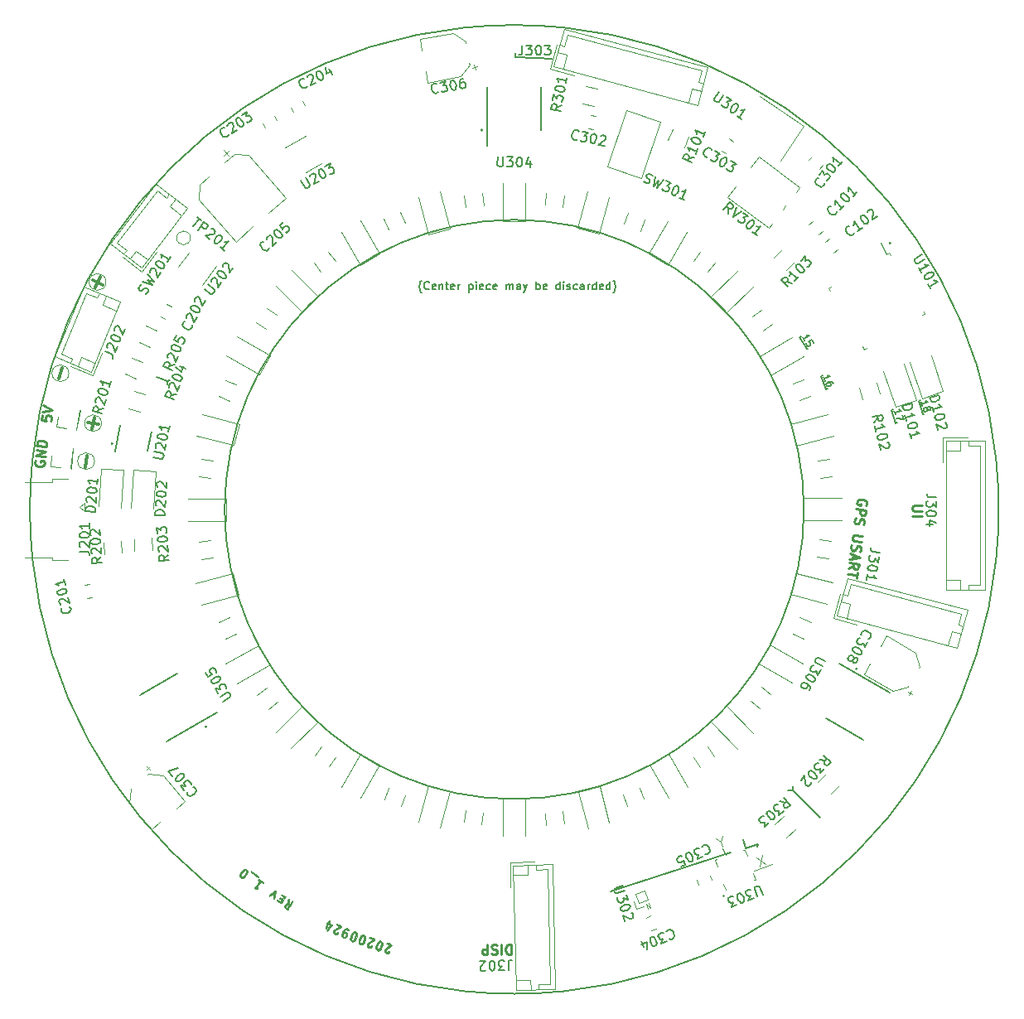
<source format=gbr>
G04 #@! TF.GenerationSoftware,KiCad,Pcbnew,(5.1.4)-1*
G04 #@! TF.CreationDate,2020-09-27T16:22:14-07:00*
G04 #@! TF.ProjectId,StarGazer,53746172-4761-47a6-9572-2e6b69636164,rev?*
G04 #@! TF.SameCoordinates,Original*
G04 #@! TF.FileFunction,Legend,Top*
G04 #@! TF.FilePolarity,Positive*
%FSLAX46Y46*%
G04 Gerber Fmt 4.6, Leading zero omitted, Abs format (unit mm)*
G04 Created by KiCad (PCBNEW (5.1.4)-1) date 2020-09-27 16:22:14*
%MOMM*%
%LPD*%
G04 APERTURE LIST*
%ADD10C,0.152400*%
%ADD11C,0.250000*%
%ADD12C,0.304800*%
%ADD13C,0.100000*%
%ADD14C,0.104800*%
%ADD15C,0.200000*%
%ADD16C,0.010000*%
%ADD17C,0.120000*%
%ADD18C,0.150000*%
%ADD19C,0.125000*%
G04 APERTURE END LIST*
D10*
X150477695Y-67767333D02*
X150438990Y-67728628D01*
X150361580Y-67612514D01*
X150322876Y-67535104D01*
X150284171Y-67418990D01*
X150245466Y-67225466D01*
X150245466Y-67070647D01*
X150284171Y-66877123D01*
X150322876Y-66761009D01*
X150361580Y-66683600D01*
X150438990Y-66567485D01*
X150477695Y-66528780D01*
X151251790Y-67380285D02*
X151213085Y-67418990D01*
X151096971Y-67457695D01*
X151019561Y-67457695D01*
X150903447Y-67418990D01*
X150826038Y-67341580D01*
X150787333Y-67264171D01*
X150748628Y-67109352D01*
X150748628Y-66993238D01*
X150787333Y-66838419D01*
X150826038Y-66761009D01*
X150903447Y-66683600D01*
X151019561Y-66644895D01*
X151096971Y-66644895D01*
X151213085Y-66683600D01*
X151251790Y-66722304D01*
X151909771Y-67418990D02*
X151832361Y-67457695D01*
X151677542Y-67457695D01*
X151600133Y-67418990D01*
X151561428Y-67341580D01*
X151561428Y-67031942D01*
X151600133Y-66954533D01*
X151677542Y-66915828D01*
X151832361Y-66915828D01*
X151909771Y-66954533D01*
X151948476Y-67031942D01*
X151948476Y-67109352D01*
X151561428Y-67186761D01*
X152296819Y-66915828D02*
X152296819Y-67457695D01*
X152296819Y-66993238D02*
X152335523Y-66954533D01*
X152412933Y-66915828D01*
X152529047Y-66915828D01*
X152606457Y-66954533D01*
X152645161Y-67031942D01*
X152645161Y-67457695D01*
X152916095Y-66915828D02*
X153225733Y-66915828D01*
X153032209Y-66644895D02*
X153032209Y-67341580D01*
X153070914Y-67418990D01*
X153148323Y-67457695D01*
X153225733Y-67457695D01*
X153806304Y-67418990D02*
X153728895Y-67457695D01*
X153574076Y-67457695D01*
X153496666Y-67418990D01*
X153457961Y-67341580D01*
X153457961Y-67031942D01*
X153496666Y-66954533D01*
X153574076Y-66915828D01*
X153728895Y-66915828D01*
X153806304Y-66954533D01*
X153845009Y-67031942D01*
X153845009Y-67109352D01*
X153457961Y-67186761D01*
X154193352Y-67457695D02*
X154193352Y-66915828D01*
X154193352Y-67070647D02*
X154232057Y-66993238D01*
X154270761Y-66954533D01*
X154348171Y-66915828D01*
X154425580Y-66915828D01*
X155315790Y-66915828D02*
X155315790Y-67728628D01*
X155315790Y-66954533D02*
X155393200Y-66915828D01*
X155548019Y-66915828D01*
X155625428Y-66954533D01*
X155664133Y-66993238D01*
X155702838Y-67070647D01*
X155702838Y-67302876D01*
X155664133Y-67380285D01*
X155625428Y-67418990D01*
X155548019Y-67457695D01*
X155393200Y-67457695D01*
X155315790Y-67418990D01*
X156051180Y-67457695D02*
X156051180Y-66915828D01*
X156051180Y-66644895D02*
X156012476Y-66683600D01*
X156051180Y-66722304D01*
X156089885Y-66683600D01*
X156051180Y-66644895D01*
X156051180Y-66722304D01*
X156747866Y-67418990D02*
X156670457Y-67457695D01*
X156515638Y-67457695D01*
X156438228Y-67418990D01*
X156399523Y-67341580D01*
X156399523Y-67031942D01*
X156438228Y-66954533D01*
X156515638Y-66915828D01*
X156670457Y-66915828D01*
X156747866Y-66954533D01*
X156786571Y-67031942D01*
X156786571Y-67109352D01*
X156399523Y-67186761D01*
X157483257Y-67418990D02*
X157405847Y-67457695D01*
X157251028Y-67457695D01*
X157173619Y-67418990D01*
X157134914Y-67380285D01*
X157096209Y-67302876D01*
X157096209Y-67070647D01*
X157134914Y-66993238D01*
X157173619Y-66954533D01*
X157251028Y-66915828D01*
X157405847Y-66915828D01*
X157483257Y-66954533D01*
X158141238Y-67418990D02*
X158063828Y-67457695D01*
X157909009Y-67457695D01*
X157831600Y-67418990D01*
X157792895Y-67341580D01*
X157792895Y-67031942D01*
X157831600Y-66954533D01*
X157909009Y-66915828D01*
X158063828Y-66915828D01*
X158141238Y-66954533D01*
X158179942Y-67031942D01*
X158179942Y-67109352D01*
X157792895Y-67186761D01*
X159147561Y-67457695D02*
X159147561Y-66915828D01*
X159147561Y-66993238D02*
X159186266Y-66954533D01*
X159263676Y-66915828D01*
X159379790Y-66915828D01*
X159457200Y-66954533D01*
X159495904Y-67031942D01*
X159495904Y-67457695D01*
X159495904Y-67031942D02*
X159534609Y-66954533D01*
X159612019Y-66915828D01*
X159728133Y-66915828D01*
X159805542Y-66954533D01*
X159844247Y-67031942D01*
X159844247Y-67457695D01*
X160579638Y-67457695D02*
X160579638Y-67031942D01*
X160540933Y-66954533D01*
X160463523Y-66915828D01*
X160308704Y-66915828D01*
X160231295Y-66954533D01*
X160579638Y-67418990D02*
X160502228Y-67457695D01*
X160308704Y-67457695D01*
X160231295Y-67418990D01*
X160192590Y-67341580D01*
X160192590Y-67264171D01*
X160231295Y-67186761D01*
X160308704Y-67148057D01*
X160502228Y-67148057D01*
X160579638Y-67109352D01*
X160889276Y-66915828D02*
X161082800Y-67457695D01*
X161276323Y-66915828D02*
X161082800Y-67457695D01*
X161005390Y-67651219D01*
X160966685Y-67689923D01*
X160889276Y-67728628D01*
X162205238Y-67457695D02*
X162205238Y-66644895D01*
X162205238Y-66954533D02*
X162282647Y-66915828D01*
X162437466Y-66915828D01*
X162514876Y-66954533D01*
X162553580Y-66993238D01*
X162592285Y-67070647D01*
X162592285Y-67302876D01*
X162553580Y-67380285D01*
X162514876Y-67418990D01*
X162437466Y-67457695D01*
X162282647Y-67457695D01*
X162205238Y-67418990D01*
X163250266Y-67418990D02*
X163172857Y-67457695D01*
X163018038Y-67457695D01*
X162940628Y-67418990D01*
X162901923Y-67341580D01*
X162901923Y-67031942D01*
X162940628Y-66954533D01*
X163018038Y-66915828D01*
X163172857Y-66915828D01*
X163250266Y-66954533D01*
X163288971Y-67031942D01*
X163288971Y-67109352D01*
X162901923Y-67186761D01*
X164604933Y-67457695D02*
X164604933Y-66644895D01*
X164604933Y-67418990D02*
X164527523Y-67457695D01*
X164372704Y-67457695D01*
X164295295Y-67418990D01*
X164256590Y-67380285D01*
X164217885Y-67302876D01*
X164217885Y-67070647D01*
X164256590Y-66993238D01*
X164295295Y-66954533D01*
X164372704Y-66915828D01*
X164527523Y-66915828D01*
X164604933Y-66954533D01*
X164991980Y-67457695D02*
X164991980Y-66915828D01*
X164991980Y-66644895D02*
X164953276Y-66683600D01*
X164991980Y-66722304D01*
X165030685Y-66683600D01*
X164991980Y-66644895D01*
X164991980Y-66722304D01*
X165340323Y-67418990D02*
X165417733Y-67457695D01*
X165572552Y-67457695D01*
X165649961Y-67418990D01*
X165688666Y-67341580D01*
X165688666Y-67302876D01*
X165649961Y-67225466D01*
X165572552Y-67186761D01*
X165456438Y-67186761D01*
X165379028Y-67148057D01*
X165340323Y-67070647D01*
X165340323Y-67031942D01*
X165379028Y-66954533D01*
X165456438Y-66915828D01*
X165572552Y-66915828D01*
X165649961Y-66954533D01*
X166385352Y-67418990D02*
X166307942Y-67457695D01*
X166153123Y-67457695D01*
X166075714Y-67418990D01*
X166037009Y-67380285D01*
X165998304Y-67302876D01*
X165998304Y-67070647D01*
X166037009Y-66993238D01*
X166075714Y-66954533D01*
X166153123Y-66915828D01*
X166307942Y-66915828D01*
X166385352Y-66954533D01*
X167082038Y-67457695D02*
X167082038Y-67031942D01*
X167043333Y-66954533D01*
X166965923Y-66915828D01*
X166811104Y-66915828D01*
X166733695Y-66954533D01*
X167082038Y-67418990D02*
X167004628Y-67457695D01*
X166811104Y-67457695D01*
X166733695Y-67418990D01*
X166694990Y-67341580D01*
X166694990Y-67264171D01*
X166733695Y-67186761D01*
X166811104Y-67148057D01*
X167004628Y-67148057D01*
X167082038Y-67109352D01*
X167469085Y-67457695D02*
X167469085Y-66915828D01*
X167469085Y-67070647D02*
X167507790Y-66993238D01*
X167546495Y-66954533D01*
X167623904Y-66915828D01*
X167701314Y-66915828D01*
X168320590Y-67457695D02*
X168320590Y-66644895D01*
X168320590Y-67418990D02*
X168243180Y-67457695D01*
X168088361Y-67457695D01*
X168010952Y-67418990D01*
X167972247Y-67380285D01*
X167933542Y-67302876D01*
X167933542Y-67070647D01*
X167972247Y-66993238D01*
X168010952Y-66954533D01*
X168088361Y-66915828D01*
X168243180Y-66915828D01*
X168320590Y-66954533D01*
X169017276Y-67418990D02*
X168939866Y-67457695D01*
X168785047Y-67457695D01*
X168707638Y-67418990D01*
X168668933Y-67341580D01*
X168668933Y-67031942D01*
X168707638Y-66954533D01*
X168785047Y-66915828D01*
X168939866Y-66915828D01*
X169017276Y-66954533D01*
X169055980Y-67031942D01*
X169055980Y-67109352D01*
X168668933Y-67186761D01*
X169752666Y-67457695D02*
X169752666Y-66644895D01*
X169752666Y-67418990D02*
X169675257Y-67457695D01*
X169520438Y-67457695D01*
X169443028Y-67418990D01*
X169404323Y-67380285D01*
X169365619Y-67302876D01*
X169365619Y-67070647D01*
X169404323Y-66993238D01*
X169443028Y-66954533D01*
X169520438Y-66915828D01*
X169675257Y-66915828D01*
X169752666Y-66954533D01*
X170062304Y-67767333D02*
X170101009Y-67728628D01*
X170178419Y-67612514D01*
X170217123Y-67535104D01*
X170255828Y-67418990D01*
X170294533Y-67225466D01*
X170294533Y-67070647D01*
X170255828Y-66877123D01*
X170217123Y-66761009D01*
X170178419Y-66683600D01*
X170101009Y-66567485D01*
X170062304Y-66528780D01*
D11*
X159636190Y-134387619D02*
X159636190Y-135387619D01*
X159398095Y-135387619D01*
X159255238Y-135340000D01*
X159160000Y-135244761D01*
X159112380Y-135149523D01*
X159064761Y-134959047D01*
X159064761Y-134816190D01*
X159112380Y-134625714D01*
X159160000Y-134530476D01*
X159255238Y-134435238D01*
X159398095Y-134387619D01*
X159636190Y-134387619D01*
X158636190Y-134387619D02*
X158636190Y-135387619D01*
X158207619Y-134435238D02*
X158064761Y-134387619D01*
X157826666Y-134387619D01*
X157731428Y-134435238D01*
X157683809Y-134482857D01*
X157636190Y-134578095D01*
X157636190Y-134673333D01*
X157683809Y-134768571D01*
X157731428Y-134816190D01*
X157826666Y-134863809D01*
X158017142Y-134911428D01*
X158112380Y-134959047D01*
X158160000Y-135006666D01*
X158207619Y-135101904D01*
X158207619Y-135197142D01*
X158160000Y-135292380D01*
X158112380Y-135340000D01*
X158017142Y-135387619D01*
X157779047Y-135387619D01*
X157636190Y-135340000D01*
X157207619Y-134387619D02*
X157207619Y-135387619D01*
X156826666Y-135387619D01*
X156731428Y-135340000D01*
X156683809Y-135292380D01*
X156636190Y-135197142D01*
X156636190Y-135054285D01*
X156683809Y-134959047D01*
X156731428Y-134911428D01*
X156826666Y-134863809D01*
X157207619Y-134863809D01*
X195900133Y-89519629D02*
X195959775Y-89431421D01*
X195978422Y-89289786D01*
X195949857Y-89141936D01*
X195867865Y-89035081D01*
X195779657Y-88975439D01*
X195597026Y-88903365D01*
X195455391Y-88884718D01*
X195260328Y-88907068D01*
X195159690Y-88941848D01*
X195052835Y-89023840D01*
X194986977Y-89159260D01*
X194974546Y-89253683D01*
X195003111Y-89401534D01*
X195044107Y-89454961D01*
X195374589Y-89498470D01*
X195399451Y-89309623D01*
X194893744Y-89867435D02*
X195885189Y-89997961D01*
X195835465Y-90375654D01*
X195775822Y-90463862D01*
X195722395Y-90504858D01*
X195621756Y-90539639D01*
X195480121Y-90520992D01*
X195391913Y-90461349D01*
X195350917Y-90407922D01*
X195316136Y-90307283D01*
X195365861Y-89929590D01*
X194816645Y-90817884D02*
X194750787Y-90953303D01*
X194719709Y-91189361D01*
X194754490Y-91290000D01*
X194795486Y-91343427D01*
X194883694Y-91403070D01*
X194978117Y-91415501D01*
X195078756Y-91380721D01*
X195132183Y-91339724D01*
X195191826Y-91251517D01*
X195263899Y-91068886D01*
X195323542Y-90980678D01*
X195376969Y-90939682D01*
X195477608Y-90904901D01*
X195572032Y-90917332D01*
X195660239Y-90976975D01*
X195701235Y-91030402D01*
X195736016Y-91131041D01*
X195704938Y-91367099D01*
X195639080Y-91502519D01*
X195530903Y-92689026D02*
X194728305Y-92583362D01*
X194627666Y-92618142D01*
X194574239Y-92659138D01*
X194514596Y-92747346D01*
X194489734Y-92936193D01*
X194524515Y-93036832D01*
X194565511Y-93090259D01*
X194653719Y-93149902D01*
X195456317Y-93255566D01*
X194456144Y-93556160D02*
X194390286Y-93691579D01*
X194359208Y-93927638D01*
X194393989Y-94028276D01*
X194434985Y-94081704D01*
X194523193Y-94141346D01*
X194617616Y-94153777D01*
X194718255Y-94118997D01*
X194771682Y-94078001D01*
X194831325Y-93989793D01*
X194903399Y-93807162D01*
X194963041Y-93718954D01*
X195016468Y-93677958D01*
X195117107Y-93643177D01*
X195211531Y-93655608D01*
X195299738Y-93715251D01*
X195340735Y-93768678D01*
X195375515Y-93869317D01*
X195344438Y-94105375D01*
X195278579Y-94240795D01*
X194567892Y-94531471D02*
X194505736Y-95003587D01*
X194297053Y-94399754D02*
X195244989Y-94860762D01*
X194210035Y-95060717D01*
X194091940Y-95957739D02*
X194607566Y-95689413D01*
X194166527Y-95391199D02*
X195157972Y-95521725D01*
X195108247Y-95899419D01*
X195048605Y-95987626D01*
X194995177Y-96028622D01*
X194894538Y-96063403D01*
X194752903Y-96044756D01*
X194664696Y-95985114D01*
X194623700Y-95931687D01*
X194588919Y-95831048D01*
X194638643Y-95453354D01*
X195046092Y-96371535D02*
X194971506Y-96938075D01*
X194017354Y-96524279D02*
X195008799Y-96654805D01*
X201637619Y-89526190D02*
X200828095Y-89526190D01*
X200732857Y-89573809D01*
X200685238Y-89621428D01*
X200637619Y-89716666D01*
X200637619Y-89907142D01*
X200685238Y-90002380D01*
X200732857Y-90050000D01*
X200828095Y-90097619D01*
X201637619Y-90097619D01*
X200637619Y-90573809D02*
X201637619Y-90573809D01*
D10*
X169790000Y-129000000D02*
X182040000Y-125000000D01*
D11*
X111704561Y-80288246D02*
X111651481Y-80761469D01*
X112119395Y-80861872D01*
X112077381Y-80809241D01*
X112040675Y-80709289D01*
X112067215Y-80472677D01*
X112125154Y-80383341D01*
X112177784Y-80341327D01*
X112277737Y-80304620D01*
X112514348Y-80331161D01*
X112603684Y-80389099D01*
X112645699Y-80441729D01*
X112682405Y-80541682D01*
X112655865Y-80778293D01*
X112597926Y-80867630D01*
X112545296Y-80909644D01*
X111741717Y-79956990D02*
X112772642Y-79737203D01*
X111816030Y-79294478D01*
X111018187Y-84921422D02*
X110960248Y-85010758D01*
X110944324Y-85152725D01*
X110975722Y-85300000D01*
X111059751Y-85405260D01*
X111149087Y-85463199D01*
X111333069Y-85531753D01*
X111475035Y-85547677D01*
X111669633Y-85521587D01*
X111769585Y-85484881D01*
X111874846Y-85400853D01*
X111938092Y-85264194D01*
X111948708Y-85169549D01*
X111917310Y-85022274D01*
X111875296Y-84969644D01*
X111544040Y-84932488D01*
X111522808Y-85121777D01*
X112017713Y-84554360D02*
X111023945Y-84442891D01*
X112081409Y-83986492D01*
X111087642Y-83875023D01*
X112134490Y-83513269D02*
X111140722Y-83401800D01*
X111167262Y-83165189D01*
X111230509Y-83028530D01*
X111335769Y-82944502D01*
X111435722Y-82907796D01*
X111630319Y-82881705D01*
X111772286Y-82897630D01*
X111956267Y-82966184D01*
X112045603Y-83024122D01*
X112129632Y-83129383D01*
X112161030Y-83276658D01*
X112134490Y-83513269D01*
D12*
X116264149Y-84449590D02*
X116134718Y-85603497D01*
D13*
X117056765Y-84995746D02*
G75*
G03X117056765Y-84995746I-862787J0D01*
G01*
D12*
X117020691Y-80576104D02*
X116815070Y-81718895D01*
X117489276Y-81250310D02*
X116346484Y-81044689D01*
D13*
X117777264Y-81116408D02*
G75*
G03X117777264Y-81116408I-862787J0D01*
G01*
D12*
X113750569Y-75494035D02*
X113395613Y-76599594D01*
D13*
X114436616Y-76015545D02*
G75*
G03X114436616Y-76015545I-862786J0D01*
G01*
D12*
X117612771Y-66189263D02*
X117114717Y-67238165D01*
X117888195Y-66962742D02*
X116839293Y-66464687D01*
D13*
X118231399Y-66682817D02*
G75*
G03X118231399Y-66682817I-862787J0D01*
G01*
D14*
X118782548Y-83095370D02*
X118903604Y-83154413D01*
X118844561Y-83275469D01*
X118723505Y-83216426D01*
X118782548Y-83095370D01*
X118844561Y-83275469D01*
D10*
X124510000Y-76840000D02*
X124740000Y-76750000D01*
X124480000Y-76870000D02*
X124530000Y-77130000D01*
X124510000Y-76840000D02*
X123380000Y-76410000D01*
D13*
X181260000Y-124540000D02*
X181550000Y-125280000D01*
X186300000Y-126160000D02*
X184430000Y-126820000D01*
D10*
X183610000Y-124530000D02*
X183340000Y-123660000D01*
X184880000Y-124140000D02*
X184780000Y-124440000D01*
X183610000Y-124530000D02*
X184880000Y-124140000D01*
X162170000Y-43760000D02*
X163880000Y-43900000D01*
X160020000Y-43730000D02*
X162170000Y-43760000D01*
X160050000Y-43300000D02*
X160020000Y-43730000D01*
D14*
X128352548Y-112005370D02*
X128473604Y-112064413D01*
X128414561Y-112185469D01*
X128293505Y-112126426D01*
X128352548Y-112005370D01*
X128414561Y-112185469D01*
X156562548Y-51025370D02*
X156683604Y-51084413D01*
X156624561Y-51205469D01*
X156503505Y-51146426D01*
X156562548Y-51025370D01*
X156624561Y-51205469D01*
X198286794Y-62605708D02*
X198407850Y-62664751D01*
X198348807Y-62785807D01*
X198227751Y-62726764D01*
X198286794Y-62605708D01*
X198348807Y-62785807D01*
X194822548Y-106075370D02*
X194943604Y-106134413D01*
X194884561Y-106255469D01*
X194763505Y-106196426D01*
X194822548Y-106075370D01*
X194884561Y-106255469D01*
D10*
X201648158Y-79338714D02*
X201525880Y-78957863D01*
X201587019Y-79148289D02*
X202253510Y-78934302D01*
X202137917Y-78901396D01*
X202054062Y-78858300D01*
X202001945Y-78805015D01*
X202151288Y-79597288D02*
X202162646Y-79523623D01*
X202184194Y-79481695D01*
X202237480Y-79429578D01*
X202269217Y-79419388D01*
X202342882Y-79430746D01*
X202384810Y-79452294D01*
X202436927Y-79505579D01*
X202477687Y-79632530D01*
X202466329Y-79706195D01*
X202444781Y-79748123D01*
X202391495Y-79800240D01*
X202359758Y-79810430D01*
X202286093Y-79799072D01*
X202244165Y-79777524D01*
X202192048Y-79724239D01*
X202151288Y-79597288D01*
X202099171Y-79544003D01*
X202057244Y-79522455D01*
X201983578Y-79511097D01*
X201856628Y-79551856D01*
X201803342Y-79603974D01*
X201781795Y-79645901D01*
X201770437Y-79719566D01*
X201811196Y-79846517D01*
X201863313Y-79899802D01*
X201905241Y-79921350D01*
X201978906Y-79932708D01*
X202105857Y-79891949D01*
X202159142Y-79839831D01*
X202180690Y-79797904D01*
X202192048Y-79724239D01*
X201705898Y-80216413D02*
X201839197Y-80173617D01*
X201268753Y-78854867D02*
X201705898Y-80216413D01*
X201437079Y-78790321D02*
X201265698Y-78845347D01*
X198898158Y-80238714D02*
X198775880Y-79857863D01*
X198837019Y-80048289D02*
X199503510Y-79834302D01*
X199387917Y-79801396D01*
X199304062Y-79758300D01*
X199251945Y-79705015D01*
X199635978Y-80246891D02*
X199778636Y-80691218D01*
X199020437Y-80619566D01*
X198955898Y-81116413D02*
X199089197Y-81073617D01*
X198518753Y-79754867D02*
X198955898Y-81116413D01*
X198687079Y-79690321D02*
X198515698Y-79745347D01*
X191692442Y-76788978D02*
X191545192Y-76417067D01*
X191618817Y-76603023D02*
X192269661Y-76345336D01*
X192152141Y-76320163D01*
X192065615Y-76282719D01*
X192010080Y-76233005D01*
X192564160Y-77089157D02*
X192515077Y-76965187D01*
X192459543Y-76915472D01*
X192416279Y-76896751D01*
X192298760Y-76871578D01*
X192162519Y-76889669D01*
X191914579Y-76987835D01*
X191864864Y-77043369D01*
X191846143Y-77086633D01*
X191839692Y-77160889D01*
X191888775Y-77284859D01*
X191944309Y-77334573D01*
X191987573Y-77353295D01*
X192061829Y-77359746D01*
X192216791Y-77298392D01*
X192266506Y-77242858D01*
X192285227Y-77199594D01*
X192291678Y-77125338D01*
X192242595Y-77001368D01*
X192187061Y-76951654D01*
X192143797Y-76932932D01*
X192069541Y-76926481D01*
X191808224Y-77660921D02*
X191938393Y-77609384D01*
X191281805Y-76331339D02*
X191808224Y-77660921D01*
X191445483Y-76255780D02*
X191278125Y-76322043D01*
X189593110Y-72700528D02*
X189397966Y-72351359D01*
X189495538Y-72525943D02*
X190106584Y-72184442D01*
X189986768Y-72175033D01*
X189896049Y-72149362D01*
X189834427Y-72107429D01*
X190513133Y-72911877D02*
X190350514Y-72620903D01*
X190043278Y-72754425D01*
X190088637Y-72767261D01*
X190150258Y-72809193D01*
X190231568Y-72954680D01*
X190234995Y-73029137D01*
X190222159Y-73074497D01*
X190180227Y-73136118D01*
X190034740Y-73217428D01*
X189960283Y-73220854D01*
X189914923Y-73208019D01*
X189853302Y-73166086D01*
X189771992Y-73020599D01*
X189768566Y-72946142D01*
X189781401Y-72900783D01*
X189823195Y-73549499D02*
X189945405Y-73481198D01*
X189125555Y-72301219D02*
X189823195Y-73549499D01*
X189277802Y-72204675D02*
X189120678Y-72292491D01*
X188410000Y-118670000D02*
X191220000Y-121420000D01*
X188410000Y-118680000D02*
X188440000Y-118230000D01*
X187910000Y-118660000D02*
X188410000Y-118680000D01*
D14*
X181286794Y-129305708D02*
X181407850Y-129364751D01*
X181348807Y-129485807D01*
X181227751Y-129426764D01*
X181286794Y-129305708D01*
X181348807Y-129485807D01*
X181054126Y-123930515D02*
X181209158Y-124380762D01*
X180568417Y-123543766D02*
X181054126Y-123930515D01*
X181198763Y-123326721D01*
X184701359Y-125489559D02*
X185657273Y-126218032D01*
X185331705Y-125272514D02*
X185026927Y-126435078D01*
D15*
X189556000Y-89928000D02*
G75*
G03X189556000Y-89928000I-29600000J0D01*
G01*
X209456000Y-89928000D02*
G75*
G03X209456000Y-89928000I-49500000J0D01*
G01*
D16*
G36*
X146679180Y-135160522D02*
G01*
X146650660Y-135031446D01*
X146719352Y-134881661D01*
X146884629Y-134713735D01*
X146954242Y-134659241D01*
X147230070Y-134453725D01*
X147036955Y-134387551D01*
X146906150Y-134329739D01*
X146867207Y-134279229D01*
X146869381Y-134273342D01*
X146907151Y-134233768D01*
X146975769Y-134228888D01*
X147097744Y-134261053D01*
X147241185Y-134312169D01*
X147397822Y-134379307D01*
X147463462Y-134431649D01*
X147463445Y-134457153D01*
X147410871Y-134510202D01*
X147297540Y-134602371D01*
X147146535Y-134715029D01*
X147124227Y-134731001D01*
X146972323Y-134846681D01*
X146858379Y-134947581D01*
X146804162Y-135014166D01*
X146802562Y-135019728D01*
X146830779Y-135099956D01*
X146914552Y-135142131D01*
X147010178Y-135130824D01*
X147044543Y-135105155D01*
X147128707Y-135056122D01*
X147194148Y-135076214D01*
X147207053Y-135148379D01*
X147194103Y-135180560D01*
X147090558Y-135278371D01*
X146942393Y-135305692D01*
X146805543Y-135266326D01*
X146679180Y-135160522D01*
X146679180Y-135160522D01*
G37*
X146679180Y-135160522D02*
X146650660Y-135031446D01*
X146719352Y-134881661D01*
X146884629Y-134713735D01*
X146954242Y-134659241D01*
X147230070Y-134453725D01*
X147036955Y-134387551D01*
X146906150Y-134329739D01*
X146867207Y-134279229D01*
X146869381Y-134273342D01*
X146907151Y-134233768D01*
X146975769Y-134228888D01*
X147097744Y-134261053D01*
X147241185Y-134312169D01*
X147397822Y-134379307D01*
X147463462Y-134431649D01*
X147463445Y-134457153D01*
X147410871Y-134510202D01*
X147297540Y-134602371D01*
X147146535Y-134715029D01*
X147124227Y-134731001D01*
X146972323Y-134846681D01*
X146858379Y-134947581D01*
X146804162Y-135014166D01*
X146802562Y-135019728D01*
X146830779Y-135099956D01*
X146914552Y-135142131D01*
X147010178Y-135130824D01*
X147044543Y-135105155D01*
X147128707Y-135056122D01*
X147194148Y-135076214D01*
X147207053Y-135148379D01*
X147194103Y-135180560D01*
X147090558Y-135278371D01*
X146942393Y-135305692D01*
X146805543Y-135266326D01*
X146679180Y-135160522D01*
G36*
X133645619Y-127447758D02*
G01*
X133501602Y-127345010D01*
X133330790Y-127216936D01*
X133185337Y-127097657D01*
X133080799Y-126994407D01*
X133036780Y-126926919D01*
X133036654Y-126920806D01*
X133066784Y-126876477D01*
X133082196Y-126881074D01*
X133135647Y-126921854D01*
X133249042Y-127009278D01*
X133401916Y-127127554D01*
X133473937Y-127183377D01*
X133630274Y-127310390D01*
X133746868Y-127416245D01*
X133806608Y-127484867D01*
X133810323Y-127499433D01*
X133785938Y-127516698D01*
X133735717Y-127502229D01*
X133645619Y-127447758D01*
X133645619Y-127447758D01*
G37*
X133645619Y-127447758D02*
X133501602Y-127345010D01*
X133330790Y-127216936D01*
X133185337Y-127097657D01*
X133080799Y-126994407D01*
X133036780Y-126926919D01*
X133036654Y-126920806D01*
X133066784Y-126876477D01*
X133082196Y-126881074D01*
X133135647Y-126921854D01*
X133249042Y-127009278D01*
X133401916Y-127127554D01*
X133473937Y-127183377D01*
X133630274Y-127310390D01*
X133746868Y-127416245D01*
X133806608Y-127484867D01*
X133810323Y-127499433D01*
X133785938Y-127516698D01*
X133735717Y-127502229D01*
X133645619Y-127447758D01*
G36*
X145819159Y-134902880D02*
G01*
X145778060Y-134743039D01*
X145781145Y-134695784D01*
X145823049Y-134504764D01*
X145894335Y-134307476D01*
X145980118Y-134137898D01*
X146065509Y-134030012D01*
X146076334Y-134021934D01*
X146203831Y-133989977D01*
X146339497Y-134032183D01*
X146449927Y-134129781D01*
X146501441Y-134260769D01*
X146488902Y-134382831D01*
X146443085Y-134555797D01*
X146385978Y-134711824D01*
X146330734Y-134838937D01*
X146175196Y-134756235D01*
X146222460Y-134665766D01*
X146295011Y-134500152D01*
X146341148Y-134350831D01*
X146349901Y-134286741D01*
X146344701Y-134184072D01*
X146309950Y-134144319D01*
X146229531Y-134130298D01*
X146146023Y-134166079D01*
X146067472Y-134274312D01*
X146002713Y-134425721D01*
X145960581Y-134591030D01*
X145949915Y-134740963D01*
X145979550Y-134846242D01*
X146006228Y-134870147D01*
X146062597Y-134886552D01*
X146112777Y-134854388D01*
X146175196Y-134756235D01*
X146330734Y-134838937D01*
X146313886Y-134877704D01*
X146259057Y-134971406D01*
X146201255Y-135015393D01*
X146120247Y-135032132D01*
X146095280Y-135034575D01*
X145931096Y-135006742D01*
X145819159Y-134902880D01*
X145819159Y-134902880D01*
G37*
X145819159Y-134902880D02*
X145778060Y-134743039D01*
X145781145Y-134695784D01*
X145823049Y-134504764D01*
X145894335Y-134307476D01*
X145980118Y-134137898D01*
X146065509Y-134030012D01*
X146076334Y-134021934D01*
X146203831Y-133989977D01*
X146339497Y-134032183D01*
X146449927Y-134129781D01*
X146501441Y-134260769D01*
X146488902Y-134382831D01*
X146443085Y-134555797D01*
X146385978Y-134711824D01*
X146330734Y-134838937D01*
X146175196Y-134756235D01*
X146222460Y-134665766D01*
X146295011Y-134500152D01*
X146341148Y-134350831D01*
X146349901Y-134286741D01*
X146344701Y-134184072D01*
X146309950Y-134144319D01*
X146229531Y-134130298D01*
X146146023Y-134166079D01*
X146067472Y-134274312D01*
X146002713Y-134425721D01*
X145960581Y-134591030D01*
X145949915Y-134740963D01*
X145979550Y-134846242D01*
X146006228Y-134870147D01*
X146062597Y-134886552D01*
X146112777Y-134854388D01*
X146175196Y-134756235D01*
X146330734Y-134838937D01*
X146313886Y-134877704D01*
X146259057Y-134971406D01*
X146201255Y-135015393D01*
X146120247Y-135032132D01*
X146095280Y-135034575D01*
X145931096Y-135006742D01*
X145819159Y-134902880D01*
G36*
X131909423Y-127517566D02*
G01*
X131884884Y-127478997D01*
X131846031Y-127395969D01*
X131841924Y-127323087D01*
X131879610Y-127230228D01*
X131966137Y-127087269D01*
X131982539Y-127061558D01*
X132143192Y-126842676D01*
X132289898Y-126717087D01*
X132432626Y-126679129D01*
X132579803Y-126722317D01*
X132698411Y-126812897D01*
X132734798Y-126925133D01*
X132734823Y-126928126D01*
X132701640Y-127052050D01*
X132667102Y-127116903D01*
X132528376Y-127043141D01*
X132563614Y-126910463D01*
X132542217Y-126828110D01*
X132470393Y-126809231D01*
X132354348Y-126866970D01*
X132291641Y-126919329D01*
X132153717Y-127071614D01*
X132056356Y-127226970D01*
X132011392Y-127361482D01*
X132029187Y-127449599D01*
X132119253Y-127487783D01*
X132237266Y-127430621D01*
X132380368Y-127279797D01*
X132430298Y-127213000D01*
X132528376Y-127043141D01*
X132667102Y-127116903D01*
X132614816Y-127215080D01*
X132494197Y-127385876D01*
X132359632Y-127533094D01*
X132341243Y-127549661D01*
X132188399Y-127628536D01*
X132035423Y-127616439D01*
X131909423Y-127517566D01*
X131909423Y-127517566D01*
G37*
X131909423Y-127517566D02*
X131884884Y-127478997D01*
X131846031Y-127395969D01*
X131841924Y-127323087D01*
X131879610Y-127230228D01*
X131966137Y-127087269D01*
X131982539Y-127061558D01*
X132143192Y-126842676D01*
X132289898Y-126717087D01*
X132432626Y-126679129D01*
X132579803Y-126722317D01*
X132698411Y-126812897D01*
X132734798Y-126925133D01*
X132734823Y-126928126D01*
X132701640Y-127052050D01*
X132667102Y-127116903D01*
X132528376Y-127043141D01*
X132563614Y-126910463D01*
X132542217Y-126828110D01*
X132470393Y-126809231D01*
X132354348Y-126866970D01*
X132291641Y-126919329D01*
X132153717Y-127071614D01*
X132056356Y-127226970D01*
X132011392Y-127361482D01*
X132029187Y-127449599D01*
X132119253Y-127487783D01*
X132237266Y-127430621D01*
X132380368Y-127279797D01*
X132430298Y-127213000D01*
X132528376Y-127043141D01*
X132667102Y-127116903D01*
X132614816Y-127215080D01*
X132494197Y-127385876D01*
X132359632Y-127533094D01*
X132341243Y-127549661D01*
X132188399Y-127628536D01*
X132035423Y-127616439D01*
X131909423Y-127517566D01*
G36*
X144922756Y-134619918D02*
G01*
X144876129Y-134474598D01*
X144878449Y-134430518D01*
X144903134Y-134339511D01*
X144964977Y-134256938D01*
X145084602Y-134159476D01*
X145172731Y-134097736D01*
X145314078Y-134000132D01*
X145415798Y-133927902D01*
X145455101Y-133897355D01*
X145417293Y-133872676D01*
X145315204Y-133825270D01*
X145272467Y-133807146D01*
X145153859Y-133745151D01*
X145106548Y-133692143D01*
X145108374Y-133682067D01*
X145147192Y-133654287D01*
X145230304Y-133658664D01*
X145376122Y-133698072D01*
X145520903Y-133746492D01*
X145649131Y-133797559D01*
X145698114Y-133841073D01*
X145687672Y-133893648D01*
X145627090Y-133956892D01*
X145504811Y-134053295D01*
X145346101Y-134163089D01*
X145329193Y-134174048D01*
X145165961Y-134282440D01*
X145073981Y-134356282D01*
X145037102Y-134413220D01*
X145039170Y-134470897D01*
X145043469Y-134486162D01*
X145109859Y-134580444D01*
X145204087Y-134598520D01*
X145288488Y-134534906D01*
X145295463Y-134522861D01*
X145362747Y-134463316D01*
X145411422Y-134467409D01*
X145451553Y-134530212D01*
X145421256Y-134613822D01*
X145340222Y-134691693D01*
X145228148Y-134737280D01*
X145209393Y-134739737D01*
X145040992Y-134714978D01*
X144922756Y-134619918D01*
X144922756Y-134619918D01*
G37*
X144922756Y-134619918D02*
X144876129Y-134474598D01*
X144878449Y-134430518D01*
X144903134Y-134339511D01*
X144964977Y-134256938D01*
X145084602Y-134159476D01*
X145172731Y-134097736D01*
X145314078Y-134000132D01*
X145415798Y-133927902D01*
X145455101Y-133897355D01*
X145417293Y-133872676D01*
X145315204Y-133825270D01*
X145272467Y-133807146D01*
X145153859Y-133745151D01*
X145106548Y-133692143D01*
X145108374Y-133682067D01*
X145147192Y-133654287D01*
X145230304Y-133658664D01*
X145376122Y-133698072D01*
X145520903Y-133746492D01*
X145649131Y-133797559D01*
X145698114Y-133841073D01*
X145687672Y-133893648D01*
X145627090Y-133956892D01*
X145504811Y-134053295D01*
X145346101Y-134163089D01*
X145329193Y-134174048D01*
X145165961Y-134282440D01*
X145073981Y-134356282D01*
X145037102Y-134413220D01*
X145039170Y-134470897D01*
X145043469Y-134486162D01*
X145109859Y-134580444D01*
X145204087Y-134598520D01*
X145288488Y-134534906D01*
X145295463Y-134522861D01*
X145362747Y-134463316D01*
X145411422Y-134467409D01*
X145451553Y-134530212D01*
X145421256Y-134613822D01*
X145340222Y-134691693D01*
X145228148Y-134737280D01*
X145209393Y-134739737D01*
X145040992Y-134714978D01*
X144922756Y-134619918D01*
G36*
X144149344Y-134361549D02*
G01*
X144057899Y-134268980D01*
X144025204Y-134140970D01*
X144050836Y-133961236D01*
X144132557Y-133718139D01*
X144200388Y-133560085D01*
X144261516Y-133471217D01*
X144338699Y-133423279D01*
X144382064Y-133408343D01*
X144557253Y-133394015D01*
X144687864Y-133470878D01*
X144738786Y-133549218D01*
X144756739Y-133677926D01*
X144727403Y-133863498D01*
X144657261Y-134076353D01*
X144609424Y-134179573D01*
X144452486Y-134096128D01*
X144461945Y-134077862D01*
X144568876Y-133838692D01*
X144606693Y-133670047D01*
X144575996Y-133568257D01*
X144548596Y-133547436D01*
X144446246Y-133541251D01*
X144387938Y-133574793D01*
X144318245Y-133681108D01*
X144244946Y-133853379D01*
X144182023Y-134057286D01*
X144168765Y-134112698D01*
X144191065Y-134205869D01*
X144252590Y-134243743D01*
X144324610Y-134254730D01*
X144383127Y-134211955D01*
X144452486Y-134096128D01*
X144609424Y-134179573D01*
X144592822Y-134215395D01*
X144474791Y-134367254D01*
X144333744Y-134422035D01*
X144175597Y-134377787D01*
X144149344Y-134361549D01*
X144149344Y-134361549D01*
G37*
X144149344Y-134361549D02*
X144057899Y-134268980D01*
X144025204Y-134140970D01*
X144050836Y-133961236D01*
X144132557Y-133718139D01*
X144200388Y-133560085D01*
X144261516Y-133471217D01*
X144338699Y-133423279D01*
X144382064Y-133408343D01*
X144557253Y-133394015D01*
X144687864Y-133470878D01*
X144738786Y-133549218D01*
X144756739Y-133677926D01*
X144727403Y-133863498D01*
X144657261Y-134076353D01*
X144609424Y-134179573D01*
X144452486Y-134096128D01*
X144461945Y-134077862D01*
X144568876Y-133838692D01*
X144606693Y-133670047D01*
X144575996Y-133568257D01*
X144548596Y-133547436D01*
X144446246Y-133541251D01*
X144387938Y-133574793D01*
X144318245Y-133681108D01*
X144244946Y-133853379D01*
X144182023Y-134057286D01*
X144168765Y-134112698D01*
X144191065Y-134205869D01*
X144252590Y-134243743D01*
X144324610Y-134254730D01*
X144383127Y-134211955D01*
X144452486Y-134096128D01*
X144609424Y-134179573D01*
X144592822Y-134215395D01*
X144474791Y-134367254D01*
X144333744Y-134422035D01*
X144175597Y-134377787D01*
X144149344Y-134361549D01*
G36*
X133400497Y-128645815D02*
G01*
X133400159Y-128644929D01*
X133423995Y-128592856D01*
X133494569Y-128485989D01*
X133577214Y-128373273D01*
X133727336Y-128169037D01*
X133816728Y-128025395D01*
X133851953Y-127926554D01*
X133839578Y-127856722D01*
X133807928Y-127818301D01*
X133765237Y-127747801D01*
X133781797Y-127711208D01*
X133841915Y-127705123D01*
X133940760Y-127745418D01*
X134093699Y-127839548D01*
X134207614Y-127917793D01*
X134302260Y-128012009D01*
X134306724Y-128083770D01*
X134259268Y-128119197D01*
X134178097Y-128078499D01*
X134154262Y-128059678D01*
X134084166Y-128009242D01*
X134031003Y-128008597D01*
X133969055Y-128069709D01*
X133886826Y-128184111D01*
X133765884Y-128362233D01*
X133698927Y-128476455D01*
X133678766Y-128544252D01*
X133698212Y-128583097D01*
X133717530Y-128595555D01*
X133768456Y-128650629D01*
X133741347Y-128700092D01*
X133659223Y-128726012D01*
X133562886Y-128716008D01*
X133453167Y-128678087D01*
X133400497Y-128645815D01*
X133400497Y-128645815D01*
G37*
X133400497Y-128645815D02*
X133400159Y-128644929D01*
X133423995Y-128592856D01*
X133494569Y-128485989D01*
X133577214Y-128373273D01*
X133727336Y-128169037D01*
X133816728Y-128025395D01*
X133851953Y-127926554D01*
X133839578Y-127856722D01*
X133807928Y-127818301D01*
X133765237Y-127747801D01*
X133781797Y-127711208D01*
X133841915Y-127705123D01*
X133940760Y-127745418D01*
X134093699Y-127839548D01*
X134207614Y-127917793D01*
X134302260Y-128012009D01*
X134306724Y-128083770D01*
X134259268Y-128119197D01*
X134178097Y-128078499D01*
X134154262Y-128059678D01*
X134084166Y-128009242D01*
X134031003Y-128008597D01*
X133969055Y-128069709D01*
X133886826Y-128184111D01*
X133765884Y-128362233D01*
X133698927Y-128476455D01*
X133678766Y-128544252D01*
X133698212Y-128583097D01*
X133717530Y-128595555D01*
X133768456Y-128650629D01*
X133741347Y-128700092D01*
X133659223Y-128726012D01*
X133562886Y-128716008D01*
X133453167Y-128678087D01*
X133400497Y-128645815D01*
G36*
X143201389Y-133955334D02*
G01*
X143186208Y-133925346D01*
X143165300Y-133776224D01*
X143193662Y-133584864D01*
X143259405Y-133385170D01*
X143350641Y-133211047D01*
X143455483Y-133096400D01*
X143482235Y-133081091D01*
X143639826Y-133055055D01*
X143784794Y-133106498D01*
X143881017Y-133220926D01*
X143889615Y-133244566D01*
X143893176Y-133377719D01*
X143853469Y-133560125D01*
X143783587Y-133756257D01*
X143714973Y-133893802D01*
X143581567Y-133822868D01*
X143642924Y-133678147D01*
X143715941Y-133442326D01*
X143729670Y-133286611D01*
X143684279Y-133211973D01*
X143579934Y-133219389D01*
X143565721Y-133224903D01*
X143490917Y-133297804D01*
X143415069Y-133435609D01*
X143352412Y-133602574D01*
X143317178Y-133762951D01*
X143316318Y-133851223D01*
X143342937Y-133934836D01*
X143412887Y-133945584D01*
X143443109Y-133940011D01*
X143520060Y-133905640D01*
X143581567Y-133822868D01*
X143714973Y-133893802D01*
X143696623Y-133930589D01*
X143605671Y-134047594D01*
X143588893Y-134060498D01*
X143452108Y-134098139D01*
X143309499Y-134058574D01*
X143201389Y-133955334D01*
X143201389Y-133955334D01*
G37*
X143201389Y-133955334D02*
X143186208Y-133925346D01*
X143165300Y-133776224D01*
X143193662Y-133584864D01*
X143259405Y-133385170D01*
X143350641Y-133211047D01*
X143455483Y-133096400D01*
X143482235Y-133081091D01*
X143639826Y-133055055D01*
X143784794Y-133106498D01*
X143881017Y-133220926D01*
X143889615Y-133244566D01*
X143893176Y-133377719D01*
X143853469Y-133560125D01*
X143783587Y-133756257D01*
X143714973Y-133893802D01*
X143581567Y-133822868D01*
X143642924Y-133678147D01*
X143715941Y-133442326D01*
X143729670Y-133286611D01*
X143684279Y-133211973D01*
X143579934Y-133219389D01*
X143565721Y-133224903D01*
X143490917Y-133297804D01*
X143415069Y-133435609D01*
X143352412Y-133602574D01*
X143317178Y-133762951D01*
X143316318Y-133851223D01*
X143342937Y-133934836D01*
X143412887Y-133945584D01*
X143443109Y-133940011D01*
X143520060Y-133905640D01*
X143581567Y-133822868D01*
X143714973Y-133893802D01*
X143696623Y-133930589D01*
X143605671Y-134047594D01*
X143588893Y-134060498D01*
X143452108Y-134098139D01*
X143309499Y-134058574D01*
X143201389Y-133955334D01*
G36*
X142335552Y-133590928D02*
G01*
X142302677Y-133426675D01*
X142347180Y-133201231D01*
X142391013Y-133082080D01*
X142465252Y-132922180D01*
X142539946Y-132827501D01*
X142642268Y-132765027D01*
X142657605Y-132758165D01*
X142833356Y-132724352D01*
X142981770Y-132777719D01*
X143057261Y-132864216D01*
X143066830Y-132941132D01*
X143013340Y-132975900D01*
X142931995Y-132952997D01*
X142905867Y-132930989D01*
X142793758Y-132877090D01*
X142673978Y-132900262D01*
X142604318Y-132970327D01*
X142597416Y-133031277D01*
X142665123Y-133082870D01*
X142725433Y-133108664D01*
X142846097Y-133176335D01*
X142897522Y-133274417D01*
X142904190Y-133314589D01*
X142887663Y-133494542D01*
X142826675Y-133597741D01*
X142701622Y-133531250D01*
X142748916Y-133405104D01*
X142736456Y-133306656D01*
X142674315Y-133222751D01*
X142583422Y-133220392D01*
X142491819Y-133296632D01*
X142468163Y-133334823D01*
X142436059Y-133461037D01*
X142468743Y-133560301D01*
X142552805Y-133602671D01*
X142586769Y-133599662D01*
X142701622Y-133531250D01*
X142826675Y-133597741D01*
X142804607Y-133635082D01*
X142676261Y-133718439D01*
X142523865Y-133726841D01*
X142446151Y-133697844D01*
X142335552Y-133590928D01*
X142335552Y-133590928D01*
G37*
X142335552Y-133590928D02*
X142302677Y-133426675D01*
X142347180Y-133201231D01*
X142391013Y-133082080D01*
X142465252Y-132922180D01*
X142539946Y-132827501D01*
X142642268Y-132765027D01*
X142657605Y-132758165D01*
X142833356Y-132724352D01*
X142981770Y-132777719D01*
X143057261Y-132864216D01*
X143066830Y-132941132D01*
X143013340Y-132975900D01*
X142931995Y-132952997D01*
X142905867Y-132930989D01*
X142793758Y-132877090D01*
X142673978Y-132900262D01*
X142604318Y-132970327D01*
X142597416Y-133031277D01*
X142665123Y-133082870D01*
X142725433Y-133108664D01*
X142846097Y-133176335D01*
X142897522Y-133274417D01*
X142904190Y-133314589D01*
X142887663Y-133494542D01*
X142826675Y-133597741D01*
X142701622Y-133531250D01*
X142748916Y-133405104D01*
X142736456Y-133306656D01*
X142674315Y-133222751D01*
X142583422Y-133220392D01*
X142491819Y-133296632D01*
X142468163Y-133334823D01*
X142436059Y-133461037D01*
X142468743Y-133560301D01*
X142552805Y-133602671D01*
X142586769Y-133599662D01*
X142701622Y-133531250D01*
X142826675Y-133597741D01*
X142804607Y-133635082D01*
X142676261Y-133718439D01*
X142523865Y-133726841D01*
X142446151Y-133697844D01*
X142335552Y-133590928D01*
G36*
X135319878Y-129671467D02*
G01*
X135326500Y-129532721D01*
X135328664Y-129521143D01*
X135356545Y-129373587D01*
X135376901Y-129260626D01*
X135378959Y-129248352D01*
X135352356Y-129223746D01*
X135255537Y-129267849D01*
X135163412Y-129328018D01*
X135022222Y-129416550D01*
X134941936Y-129439738D01*
X134911374Y-129410459D01*
X134924225Y-129349701D01*
X135001325Y-129263276D01*
X135153183Y-129140210D01*
X135211517Y-129096971D01*
X135369318Y-128984934D01*
X135496682Y-128900753D01*
X135570744Y-128859377D01*
X135577799Y-128857489D01*
X135588486Y-128901650D01*
X135578223Y-129021112D01*
X135549339Y-129192071D01*
X135541163Y-129232111D01*
X135501455Y-129422413D01*
X135469745Y-129576838D01*
X135452141Y-129665610D01*
X135451149Y-129671102D01*
X135400639Y-129721019D01*
X135365912Y-129723540D01*
X135319878Y-129671467D01*
X135319878Y-129671467D01*
G37*
X135319878Y-129671467D02*
X135326500Y-129532721D01*
X135328664Y-129521143D01*
X135356545Y-129373587D01*
X135376901Y-129260626D01*
X135378959Y-129248352D01*
X135352356Y-129223746D01*
X135255537Y-129267849D01*
X135163412Y-129328018D01*
X135022222Y-129416550D01*
X134941936Y-129439738D01*
X134911374Y-129410459D01*
X134924225Y-129349701D01*
X135001325Y-129263276D01*
X135153183Y-129140210D01*
X135211517Y-129096971D01*
X135369318Y-128984934D01*
X135496682Y-128900753D01*
X135570744Y-128859377D01*
X135577799Y-128857489D01*
X135588486Y-128901650D01*
X135578223Y-129021112D01*
X135549339Y-129192071D01*
X135541163Y-129232111D01*
X135501455Y-129422413D01*
X135469745Y-129576838D01*
X135452141Y-129665610D01*
X135451149Y-129671102D01*
X135400639Y-129721019D01*
X135365912Y-129723540D01*
X135319878Y-129671467D01*
G36*
X141482962Y-133268918D02*
G01*
X141418012Y-133135865D01*
X141446105Y-132989940D01*
X141561461Y-132842733D01*
X141758301Y-132705836D01*
X141765662Y-132701872D01*
X142008998Y-132571832D01*
X141862197Y-132464952D01*
X141752683Y-132370731D01*
X141730135Y-132316862D01*
X141786699Y-132306642D01*
X141914521Y-132343369D01*
X142031707Y-132393794D01*
X142177969Y-132469363D01*
X142274754Y-132532055D01*
X142300513Y-132565545D01*
X142249191Y-132605719D01*
X142132029Y-132678008D01*
X141973441Y-132767425D01*
X141958437Y-132775548D01*
X141792386Y-132872722D01*
X141661890Y-132963036D01*
X141594064Y-133027635D01*
X141592854Y-133029760D01*
X141578010Y-133130717D01*
X141637546Y-133193970D01*
X141745770Y-133200517D01*
X141798866Y-133182113D01*
X141918199Y-133148111D01*
X141978463Y-133169296D01*
X141964113Y-133229692D01*
X141900976Y-133287010D01*
X141732123Y-133366423D01*
X141585121Y-133348226D01*
X141482962Y-133268918D01*
X141482962Y-133268918D01*
G37*
X141482962Y-133268918D02*
X141418012Y-133135865D01*
X141446105Y-132989940D01*
X141561461Y-132842733D01*
X141758301Y-132705836D01*
X141765662Y-132701872D01*
X142008998Y-132571832D01*
X141862197Y-132464952D01*
X141752683Y-132370731D01*
X141730135Y-132316862D01*
X141786699Y-132306642D01*
X141914521Y-132343369D01*
X142031707Y-132393794D01*
X142177969Y-132469363D01*
X142274754Y-132532055D01*
X142300513Y-132565545D01*
X142249191Y-132605719D01*
X142132029Y-132678008D01*
X141973441Y-132767425D01*
X141958437Y-132775548D01*
X141792386Y-132872722D01*
X141661890Y-132963036D01*
X141594064Y-133027635D01*
X141592854Y-133029760D01*
X141578010Y-133130717D01*
X141637546Y-133193970D01*
X141745770Y-133200517D01*
X141798866Y-133182113D01*
X141918199Y-133148111D01*
X141978463Y-133169296D01*
X141964113Y-133229692D01*
X141900976Y-133287010D01*
X141732123Y-133366423D01*
X141585121Y-133348226D01*
X141482962Y-133268918D01*
G36*
X135959643Y-130101767D02*
G01*
X135870953Y-130043754D01*
X135746169Y-129944578D01*
X135692115Y-129870484D01*
X135707147Y-129835953D01*
X135789621Y-129855471D01*
X135886260Y-129908830D01*
X136000474Y-129966740D01*
X136075591Y-129957153D01*
X136110146Y-129926985D01*
X136146556Y-129867025D01*
X136111825Y-129816135D01*
X136029343Y-129767118D01*
X135922898Y-129690685D01*
X135910537Y-129621394D01*
X135912094Y-129618300D01*
X135972717Y-129586575D01*
X136090851Y-129627028D01*
X136105243Y-129634524D01*
X136220444Y-129681977D01*
X136285516Y-129664951D01*
X136307284Y-129634021D01*
X136315200Y-129559835D01*
X136249232Y-129475811D01*
X136185599Y-129424079D01*
X136083489Y-129331250D01*
X136066416Y-129278974D01*
X136124462Y-129271105D01*
X136247709Y-129311492D01*
X136349050Y-129360611D01*
X136577578Y-129482121D01*
X136350685Y-129834632D01*
X136244869Y-129996985D01*
X136161743Y-130120685D01*
X136115049Y-130185418D01*
X136110009Y-130190371D01*
X136063750Y-130166517D01*
X135959643Y-130101767D01*
X135959643Y-130101767D01*
G37*
X135959643Y-130101767D02*
X135870953Y-130043754D01*
X135746169Y-129944578D01*
X135692115Y-129870484D01*
X135707147Y-129835953D01*
X135789621Y-129855471D01*
X135886260Y-129908830D01*
X136000474Y-129966740D01*
X136075591Y-129957153D01*
X136110146Y-129926985D01*
X136146556Y-129867025D01*
X136111825Y-129816135D01*
X136029343Y-129767118D01*
X135922898Y-129690685D01*
X135910537Y-129621394D01*
X135912094Y-129618300D01*
X135972717Y-129586575D01*
X136090851Y-129627028D01*
X136105243Y-129634524D01*
X136220444Y-129681977D01*
X136285516Y-129664951D01*
X136307284Y-129634021D01*
X136315200Y-129559835D01*
X136249232Y-129475811D01*
X136185599Y-129424079D01*
X136083489Y-129331250D01*
X136066416Y-129278974D01*
X136124462Y-129271105D01*
X136247709Y-129311492D01*
X136349050Y-129360611D01*
X136577578Y-129482121D01*
X136350685Y-129834632D01*
X136244869Y-129996985D01*
X136161743Y-130120685D01*
X136115049Y-130185418D01*
X136110009Y-130190371D01*
X136063750Y-130166517D01*
X135959643Y-130101767D01*
G36*
X140790116Y-132971001D02*
G01*
X140806347Y-132906409D01*
X140872816Y-132791423D01*
X140937462Y-132693885D01*
X141035747Y-132545230D01*
X141081762Y-132457483D01*
X141081506Y-132408075D01*
X141040980Y-132374435D01*
X141024737Y-132365566D01*
X140963417Y-132341674D01*
X140920015Y-132364044D01*
X140875654Y-132451598D01*
X140836818Y-132553897D01*
X140776782Y-132699306D01*
X140729726Y-132762666D01*
X140686890Y-132762428D01*
X140666532Y-132699360D01*
X140682041Y-132572296D01*
X140725317Y-132409061D01*
X140788260Y-132237477D01*
X140862767Y-132085371D01*
X140901265Y-132026077D01*
X140990899Y-131940828D01*
X141063234Y-131925903D01*
X141094063Y-131974814D01*
X141065264Y-132070040D01*
X141036614Y-132146762D01*
X141064486Y-132203076D01*
X141165795Y-132267496D01*
X141190169Y-132280578D01*
X141303627Y-132347051D01*
X141338899Y-132395786D01*
X141310244Y-132451675D01*
X141297035Y-132467112D01*
X141224882Y-132557737D01*
X141122660Y-132696120D01*
X141050865Y-132797420D01*
X140937099Y-132944214D01*
X140856728Y-133006368D01*
X140816662Y-133004378D01*
X140790116Y-132971001D01*
X140790116Y-132971001D01*
G37*
X140790116Y-132971001D02*
X140806347Y-132906409D01*
X140872816Y-132791423D01*
X140937462Y-132693885D01*
X141035747Y-132545230D01*
X141081762Y-132457483D01*
X141081506Y-132408075D01*
X141040980Y-132374435D01*
X141024737Y-132365566D01*
X140963417Y-132341674D01*
X140920015Y-132364044D01*
X140875654Y-132451598D01*
X140836818Y-132553897D01*
X140776782Y-132699306D01*
X140729726Y-132762666D01*
X140686890Y-132762428D01*
X140666532Y-132699360D01*
X140682041Y-132572296D01*
X140725317Y-132409061D01*
X140788260Y-132237477D01*
X140862767Y-132085371D01*
X140901265Y-132026077D01*
X140990899Y-131940828D01*
X141063234Y-131925903D01*
X141094063Y-131974814D01*
X141065264Y-132070040D01*
X141036614Y-132146762D01*
X141064486Y-132203076D01*
X141165795Y-132267496D01*
X141190169Y-132280578D01*
X141303627Y-132347051D01*
X141338899Y-132395786D01*
X141310244Y-132451675D01*
X141297035Y-132467112D01*
X141224882Y-132557737D01*
X141122660Y-132696120D01*
X141050865Y-132797420D01*
X140937099Y-132944214D01*
X140856728Y-133006368D01*
X140816662Y-133004378D01*
X140790116Y-132971001D01*
G36*
X136502639Y-130682087D02*
G01*
X136443178Y-130557636D01*
X136474879Y-130406239D01*
X136494823Y-130365547D01*
X136577570Y-130247831D01*
X136664128Y-130178539D01*
X136678893Y-130173770D01*
X136742310Y-130146342D01*
X136774015Y-130077190D01*
X136788588Y-129967464D01*
X136812121Y-129798952D01*
X136846792Y-129718335D01*
X136899393Y-129711799D01*
X136911453Y-129717510D01*
X136939543Y-129781438D01*
X136948084Y-129910392D01*
X136943199Y-129993816D01*
X136936643Y-130140989D01*
X136947193Y-130240090D01*
X136959348Y-130261610D01*
X137004861Y-130234272D01*
X137073397Y-130140319D01*
X137107375Y-130080893D01*
X137187077Y-129952282D01*
X137249361Y-129907512D01*
X137282327Y-129914493D01*
X137314850Y-129982923D01*
X137281657Y-130078388D01*
X137220654Y-130184003D01*
X137123847Y-130342076D01*
X137011269Y-130519945D01*
X137001673Y-130534841D01*
X136955431Y-130605427D01*
X136811513Y-130528904D01*
X136849863Y-130422701D01*
X136815781Y-130360008D01*
X136793318Y-130346279D01*
X136716257Y-130332485D01*
X136651173Y-130399005D01*
X136631739Y-130433317D01*
X136593390Y-130539519D01*
X136627471Y-130602213D01*
X136649936Y-130615941D01*
X136726996Y-130629737D01*
X136792080Y-130563216D01*
X136811513Y-130528904D01*
X136955431Y-130605427D01*
X136893686Y-130699675D01*
X136822224Y-130792975D01*
X136768665Y-130828778D01*
X136714389Y-130821124D01*
X136658583Y-130793488D01*
X136502639Y-130682087D01*
X136502639Y-130682087D01*
G37*
X136502639Y-130682087D02*
X136443178Y-130557636D01*
X136474879Y-130406239D01*
X136494823Y-130365547D01*
X136577570Y-130247831D01*
X136664128Y-130178539D01*
X136678893Y-130173770D01*
X136742310Y-130146342D01*
X136774015Y-130077190D01*
X136788588Y-129967464D01*
X136812121Y-129798952D01*
X136846792Y-129718335D01*
X136899393Y-129711799D01*
X136911453Y-129717510D01*
X136939543Y-129781438D01*
X136948084Y-129910392D01*
X136943199Y-129993816D01*
X136936643Y-130140989D01*
X136947193Y-130240090D01*
X136959348Y-130261610D01*
X137004861Y-130234272D01*
X137073397Y-130140319D01*
X137107375Y-130080893D01*
X137187077Y-129952282D01*
X137249361Y-129907512D01*
X137282327Y-129914493D01*
X137314850Y-129982923D01*
X137281657Y-130078388D01*
X137220654Y-130184003D01*
X137123847Y-130342076D01*
X137011269Y-130519945D01*
X137001673Y-130534841D01*
X136955431Y-130605427D01*
X136811513Y-130528904D01*
X136849863Y-130422701D01*
X136815781Y-130360008D01*
X136793318Y-130346279D01*
X136716257Y-130332485D01*
X136651173Y-130399005D01*
X136631739Y-130433317D01*
X136593390Y-130539519D01*
X136627471Y-130602213D01*
X136649936Y-130615941D01*
X136726996Y-130629737D01*
X136792080Y-130563216D01*
X136811513Y-130528904D01*
X136955431Y-130605427D01*
X136893686Y-130699675D01*
X136822224Y-130792975D01*
X136768665Y-130828778D01*
X136714389Y-130821124D01*
X136658583Y-130793488D01*
X136502639Y-130682087D01*
D17*
X172396830Y-130723542D02*
X172136376Y-129967128D01*
X172396830Y-130723542D02*
X173153245Y-130463088D01*
X172359695Y-129202779D02*
X172685263Y-130148298D01*
X173295758Y-128880467D02*
X172359695Y-129202779D01*
X173621326Y-129825985D02*
X173295758Y-128880467D01*
X172685263Y-130148298D02*
X173621326Y-129825985D01*
X173963363Y-132958182D02*
X174446094Y-132758229D01*
X173419952Y-131646273D02*
X173902683Y-131446320D01*
X192569194Y-101026760D02*
X194984009Y-101673808D01*
X193216242Y-98611945D02*
X192569194Y-101026760D01*
X204645497Y-102399098D02*
X204257268Y-103847987D01*
X205611423Y-102657917D02*
X204645497Y-102399098D01*
X194290772Y-99624558D02*
X193902543Y-101073447D01*
X193324846Y-99365739D02*
X194290772Y-99624558D01*
X205338103Y-101746108D02*
X205821066Y-101875518D01*
X205651274Y-100577338D02*
X205338103Y-101746108D01*
X194330624Y-97543979D02*
X205651274Y-100577338D01*
X194017453Y-98712749D02*
X194330624Y-97543979D01*
X193534490Y-98583339D02*
X194017453Y-98712749D01*
X206263647Y-100223784D02*
X193977070Y-96931606D01*
X205223194Y-104106806D02*
X206263647Y-100223784D01*
X192936618Y-100814628D02*
X205223194Y-104106806D01*
X193977070Y-96931606D02*
X192936618Y-100814628D01*
X187322256Y-63330809D02*
X186470809Y-64182256D01*
X188609191Y-64617744D02*
X187757744Y-65469191D01*
X113129043Y-81465538D02*
X113316753Y-80422290D01*
X114172290Y-81653247D02*
X113129043Y-81465538D01*
X115156486Y-81830332D02*
X115531905Y-79743837D01*
X115531905Y-79743837D02*
X115590957Y-79754462D01*
X115156486Y-81830332D02*
X115215538Y-81840957D01*
X115215538Y-81840957D02*
X115590957Y-79754462D01*
X112538449Y-85515237D02*
X112656606Y-84461843D01*
X113591843Y-85633394D02*
X112538449Y-85515237D01*
X114585611Y-85744863D02*
X114821925Y-83638075D01*
X114821925Y-83638075D02*
X114881551Y-83644763D01*
X114585611Y-85744863D02*
X114645237Y-85751551D01*
X114645237Y-85751551D02*
X114881551Y-83644763D01*
X198025778Y-63839391D02*
X197364306Y-62702870D01*
X198285060Y-63688485D02*
X198025778Y-63839391D01*
X198435966Y-63947767D02*
X198285060Y-63688485D01*
X201916864Y-69928549D02*
X201657582Y-70079455D01*
X201765958Y-69669267D02*
X201916864Y-69928549D01*
X192044996Y-67320289D02*
X192304278Y-67169383D01*
X192195902Y-67579571D02*
X192044996Y-67320289D01*
X195676800Y-73560353D02*
X195936082Y-73409447D01*
X195525894Y-73301071D02*
X195676800Y-73560353D01*
X197308400Y-78102387D02*
X196948317Y-76953359D01*
X195571683Y-78646641D02*
X195211600Y-77497613D01*
X203773583Y-77834962D02*
X202521581Y-74157230D01*
X201624689Y-78566505D02*
X203773583Y-77834962D01*
X200372687Y-74888773D02*
X201624689Y-78566505D01*
X201045056Y-78723465D02*
X199793054Y-75045733D01*
X198896162Y-79455008D02*
X201045056Y-78723465D01*
X197644160Y-75777276D02*
X198896162Y-79455008D01*
X137082297Y-48858402D02*
X137331615Y-49317587D01*
X138330217Y-48180837D02*
X138579535Y-48640022D01*
X130828444Y-53234372D02*
X130235918Y-53753090D01*
X130272822Y-53197468D02*
X130791540Y-53789995D01*
X127794702Y-56732501D02*
X127694938Y-58234532D01*
X131324376Y-53642506D02*
X132826407Y-53742270D01*
X131324376Y-53642506D02*
X130357099Y-54489292D01*
X127794702Y-56732501D02*
X128761979Y-55885714D01*
X127694938Y-58234532D02*
X131486066Y-62565104D01*
X132826407Y-53742270D02*
X136617536Y-58072842D01*
X136617536Y-58072842D02*
X134849361Y-59620762D01*
X131486066Y-62565104D02*
X133254241Y-61017184D01*
X126860000Y-62180000D02*
G75*
G03X126860000Y-62180000I-700000J0D01*
G01*
D18*
X193176029Y-105681171D02*
X198350531Y-108668671D01*
X191777519Y-111253461D02*
X195588031Y-113453461D01*
X129621971Y-110675080D02*
X124447469Y-113662580D01*
X125495481Y-106677790D02*
X121684969Y-108877790D01*
X157199000Y-52729000D02*
X157199000Y-46754000D01*
X162724000Y-51154000D02*
X162724000Y-46754000D01*
D17*
X181307806Y-128172937D02*
X181527565Y-128811162D01*
X183523805Y-124718262D02*
X183358339Y-124775237D01*
X183743564Y-125356487D02*
X183523805Y-124718262D01*
X184572135Y-127762832D02*
X184406669Y-127819807D01*
X184352376Y-127124607D02*
X184572135Y-127762832D01*
X180479235Y-125766592D02*
X180644701Y-125709617D01*
X180698994Y-126404817D02*
X180479235Y-125766592D01*
X189499465Y-50699605D02*
X185006912Y-47703445D01*
X187113634Y-54277007D02*
X189499465Y-50699605D01*
X138624423Y-51755699D02*
X136502661Y-52980699D01*
X138675577Y-55444301D02*
X140234423Y-54544301D01*
X128023978Y-66977642D02*
X129509988Y-65054968D01*
X126671209Y-63707700D02*
X125594921Y-65100254D01*
D18*
X122498456Y-83949574D02*
X122903653Y-81940018D01*
X119124212Y-83988396D02*
X119668758Y-81287748D01*
D17*
X171397996Y-49088994D02*
X174900598Y-50281377D01*
X169425730Y-54882487D02*
X171397996Y-49088994D01*
X172928332Y-56074870D02*
X169425730Y-54882487D01*
X174900598Y-50281377D02*
X172928332Y-56074870D01*
X121895156Y-65625526D02*
X123417060Y-63642142D01*
X119911773Y-64103622D02*
X121895156Y-65625526D01*
X124740626Y-58960415D02*
X125930656Y-59873557D01*
X125349387Y-58167061D02*
X124740626Y-58960415D01*
X121258510Y-63498396D02*
X122448540Y-64411538D01*
X120649749Y-64291749D02*
X121258510Y-63498396D01*
X124402390Y-58070641D02*
X124706771Y-57673964D01*
X123442433Y-57334040D02*
X124402390Y-58070641D01*
X119351556Y-62665374D02*
X123442433Y-57334040D01*
X120311513Y-63401976D02*
X119351556Y-62665374D01*
X120007133Y-63798652D02*
X120311513Y-63401976D01*
X123350137Y-56632982D02*
X118650498Y-62757670D01*
X126539417Y-59080203D02*
X123350137Y-56632982D01*
X121839779Y-65204891D02*
X126539417Y-59080203D01*
X118650498Y-62757670D02*
X121839779Y-65204891D01*
X186286712Y-60723396D02*
X185933631Y-61183541D01*
X187686864Y-58898683D02*
X187370308Y-59311227D01*
X189123541Y-57026369D02*
X188769850Y-57487307D01*
X182616550Y-56898803D02*
X181776459Y-57993631D01*
X184966369Y-53836459D02*
X184126278Y-54931287D01*
X181776459Y-57993631D02*
X185933631Y-61183541D01*
X184966369Y-53836459D02*
X189123541Y-57026369D01*
X165038514Y-121990110D02*
X164881344Y-120796284D01*
X163234084Y-122227668D02*
X163076914Y-121033842D01*
X173206485Y-119516373D02*
X172745685Y-118403903D01*
X171525025Y-120212857D02*
X171064225Y-119100387D01*
X180400175Y-115129194D02*
X179667148Y-114173895D01*
X178956272Y-116237139D02*
X178223245Y-115281840D01*
X186159920Y-108824620D02*
X185204621Y-108091593D01*
X185051975Y-110268523D02*
X184096676Y-109535496D01*
X190246955Y-101442538D02*
X189134485Y-100981738D01*
X189550471Y-103123998D02*
X188438001Y-102663198D01*
X192307496Y-93145805D02*
X191113670Y-92988635D01*
X192069938Y-94950235D02*
X190876112Y-94793065D01*
X192148398Y-84786789D02*
X190954572Y-84943959D01*
X192385956Y-86591219D02*
X191192130Y-86748389D01*
X189519722Y-76646112D02*
X188407252Y-77106912D01*
X190216206Y-78327572D02*
X189103736Y-78788372D01*
X129729816Y-78380571D02*
X130842286Y-78841371D01*
X130426300Y-76699111D02*
X131538770Y-77159911D01*
X127714308Y-86571630D02*
X128908134Y-86728800D01*
X127951866Y-84767200D02*
X129145692Y-84924370D01*
X127958533Y-95018835D02*
X129152359Y-94861665D01*
X127720975Y-93214405D02*
X128914801Y-93057235D01*
X130407353Y-103122742D02*
X131519823Y-102661942D01*
X129710869Y-101441282D02*
X130823339Y-100980482D01*
X134792330Y-110337491D02*
X135747629Y-109604464D01*
X133684385Y-108893588D02*
X134639684Y-108160561D01*
X140992715Y-116179806D02*
X141725742Y-115224507D01*
X139548812Y-115071861D02*
X140281839Y-114116562D01*
X148347312Y-120236628D02*
X148808112Y-119124158D01*
X146665852Y-119540144D02*
X147126652Y-118427674D01*
X156599630Y-122137192D02*
X156756800Y-120943366D01*
X154795200Y-121899634D02*
X154952370Y-120705808D01*
X185206539Y-69509901D02*
X184251240Y-70242928D01*
X186314484Y-70953804D02*
X185359185Y-71686831D01*
X178980319Y-63614031D02*
X178247292Y-64569330D01*
X180424222Y-64721976D02*
X179691195Y-65677275D01*
X171592558Y-59644573D02*
X171131758Y-60757043D01*
X173274018Y-60341057D02*
X172813218Y-61453527D01*
X163226528Y-57587534D02*
X163069358Y-58781360D01*
X165030958Y-57825092D02*
X164873788Y-59018918D01*
X154844945Y-57875808D02*
X155002115Y-59069634D01*
X156649375Y-57638250D02*
X156806545Y-58832076D01*
X146633382Y-60230156D02*
X147094182Y-61342626D01*
X148314842Y-59533672D02*
X148775642Y-60646142D01*
X139470376Y-64688843D02*
X140203403Y-65644142D01*
X140914279Y-63580898D02*
X141647306Y-64536197D01*
X133592557Y-70789069D02*
X134547856Y-71522096D01*
X134700502Y-69345166D02*
X135655801Y-70078193D01*
X187787188Y-123441072D02*
X188693192Y-122647925D01*
X186588374Y-122071677D02*
X187494378Y-121278530D01*
X191771677Y-116908374D02*
X190978530Y-117814378D01*
X193141072Y-118107188D02*
X192347925Y-119013192D01*
X168466524Y-46933199D02*
X167285328Y-46699316D01*
X168113018Y-48718538D02*
X166931822Y-48484655D01*
X121590929Y-72845403D02*
X122691808Y-73333245D01*
X122328286Y-71181461D02*
X123429165Y-71669303D01*
X121971439Y-74870971D02*
X120858969Y-74410171D01*
X121274955Y-76552431D02*
X120162485Y-76091631D01*
X122967900Y-94060431D02*
X122888098Y-92858950D01*
X121151902Y-94181050D02*
X121072100Y-92979569D01*
X119846482Y-94364661D02*
X119766680Y-93163180D01*
X118030484Y-94485280D02*
X117950682Y-93283799D01*
X122236948Y-78189929D02*
X121083005Y-77845924D01*
X121716995Y-79934076D02*
X120563052Y-79590071D01*
X176107146Y-51083973D02*
X175625074Y-52187391D01*
X177774926Y-51812609D02*
X177292854Y-52916027D01*
X203760000Y-82600000D02*
X203760000Y-85100000D01*
X206260000Y-82600000D02*
X203760000Y-82600000D01*
X205560000Y-97120000D02*
X204060000Y-97120000D01*
X205560000Y-98120000D02*
X205560000Y-97120000D01*
X205560000Y-83900000D02*
X204060000Y-83900000D01*
X205560000Y-82900000D02*
X205560000Y-83900000D01*
X206370000Y-97620000D02*
X206370000Y-98120000D01*
X207580000Y-97620000D02*
X206370000Y-97620000D01*
X207580000Y-83400000D02*
X207580000Y-97620000D01*
X206370000Y-83400000D02*
X207580000Y-83400000D01*
X206370000Y-82900000D02*
X206370000Y-83400000D01*
X208080000Y-98120000D02*
X208080000Y-82900000D01*
X204060000Y-98120000D02*
X208080000Y-98120000D01*
X204060000Y-82900000D02*
X204060000Y-98120000D01*
X208080000Y-82900000D02*
X204060000Y-82900000D01*
X163629638Y-44885903D02*
X166044453Y-45532951D01*
X164276686Y-42471088D02*
X163629638Y-44885903D01*
X178120755Y-46905289D02*
X177732527Y-48354178D01*
X179086681Y-47164108D02*
X178120755Y-46905289D01*
X165351216Y-43483701D02*
X164962987Y-44932590D01*
X164385290Y-43224882D02*
X165351216Y-43483701D01*
X178813362Y-46252299D02*
X179296325Y-46381708D01*
X179126533Y-45083528D02*
X178813362Y-46252299D01*
X165391068Y-41403122D02*
X179126533Y-45083528D01*
X165077897Y-42571892D02*
X165391068Y-41403122D01*
X164594934Y-42442482D02*
X165077897Y-42571892D01*
X179738905Y-44729975D02*
X165037514Y-40790749D01*
X178698453Y-48612997D02*
X179738905Y-44729975D01*
X163997062Y-44673771D02*
X178698453Y-48612997D01*
X165037514Y-40790749D02*
X163997062Y-44673771D01*
X159534497Y-126011893D02*
X159591215Y-128511249D01*
X162033853Y-125955175D02*
X159534497Y-126011893D01*
X161606735Y-137987962D02*
X160107121Y-138021993D01*
X161629422Y-138987705D02*
X161606735Y-137987962D01*
X161363527Y-127270721D02*
X159863913Y-127304752D01*
X161340840Y-126270979D02*
X161363527Y-127270721D01*
X162427870Y-138469456D02*
X162439214Y-138969328D01*
X163637559Y-138442005D02*
X162427870Y-138469456D01*
X163371663Y-126725021D02*
X163637559Y-138442005D01*
X162161975Y-126752473D02*
X163371663Y-126725021D01*
X162150631Y-126252602D02*
X162161975Y-126752473D01*
X164148774Y-138930532D02*
X163860191Y-126213806D01*
X160129809Y-139021736D02*
X164148774Y-138930532D01*
X159841226Y-126305010D02*
X160129809Y-139021736D01*
X163860191Y-126213806D02*
X159841226Y-126305010D01*
X116863717Y-76235293D02*
X117820425Y-73925594D01*
X114554018Y-75278585D02*
X116863717Y-76235293D01*
X117887171Y-69060829D02*
X119272991Y-69634854D01*
X118269855Y-68136949D02*
X117887171Y-69060829D01*
X115698222Y-74345420D02*
X117084041Y-74919445D01*
X115315539Y-75269299D02*
X115698222Y-74345420D01*
X117330171Y-68288915D02*
X117521512Y-67826976D01*
X116212276Y-67825868D02*
X117330171Y-68288915D01*
X113640644Y-74034339D02*
X116212276Y-67825868D01*
X114758538Y-74497386D02*
X113640644Y-74034339D01*
X114567196Y-74959326D02*
X114758538Y-74497386D01*
X115941678Y-67172587D02*
X112987362Y-74304937D01*
X119655674Y-68710974D02*
X115941678Y-67172587D01*
X116701358Y-75843324D02*
X119655674Y-68710974D01*
X112987362Y-74304937D02*
X116701358Y-75843324D01*
X115550000Y-89680000D02*
X116000000Y-89280000D01*
X116000000Y-89280000D02*
X116000000Y-90080000D01*
X116000000Y-90080000D02*
X115550000Y-89680000D01*
X109950000Y-94830000D02*
X112750000Y-94830000D01*
X112750000Y-94830000D02*
X112750000Y-95130000D01*
X112750000Y-95130000D02*
X114300000Y-95130000D01*
X109950000Y-87130000D02*
X112750000Y-87130000D01*
X112750000Y-86830000D02*
X112750000Y-87130000D01*
X112750000Y-86830000D02*
X114300000Y-86830000D01*
X166466620Y-118768914D02*
X167472132Y-122521536D01*
X168659271Y-118181395D02*
X166466620Y-118768914D01*
X169664783Y-121934017D02*
X168659271Y-118181395D01*
X173747201Y-116045862D02*
X175689701Y-119410371D01*
X175713079Y-114910862D02*
X173747201Y-116045862D01*
X177655579Y-118275371D02*
X175713079Y-114910862D01*
X180019701Y-111617969D02*
X182766811Y-114365079D01*
X181624833Y-110012837D02*
X180019701Y-111617969D01*
X184371943Y-112759947D02*
X181624833Y-110012837D01*
X184949632Y-105698439D02*
X188314141Y-107640939D01*
X186084632Y-103732561D02*
X184949632Y-105698439D01*
X189449141Y-105675061D02*
X186084632Y-103732561D01*
X188168657Y-98611314D02*
X191921279Y-99616826D01*
X188756176Y-96418663D02*
X188168657Y-98611314D01*
X192508798Y-97424175D02*
X188756176Y-96418663D01*
X189507482Y-91026713D02*
X193392482Y-91026713D01*
X189507482Y-88756713D02*
X189507482Y-91026713D01*
X193392482Y-88756713D02*
X189507482Y-88756713D01*
X188792914Y-83429380D02*
X192545536Y-82423868D01*
X188205395Y-81236729D02*
X188792914Y-83429380D01*
X191958017Y-80231217D02*
X188205395Y-81236729D01*
X186141344Y-76242355D02*
X189505853Y-74299855D01*
X185006344Y-74276477D02*
X186141344Y-76242355D01*
X188370853Y-72333977D02*
X185006344Y-74276477D01*
X131824604Y-81180729D02*
X128071982Y-80175217D01*
X131237085Y-83373380D02*
X131824604Y-81180729D01*
X127484463Y-82367868D02*
X131237085Y-83373380D01*
X130511000Y-88863000D02*
X126626000Y-88863000D01*
X130511000Y-91133000D02*
X130511000Y-88863000D01*
X126626000Y-91133000D02*
X130511000Y-91133000D01*
X131167085Y-96452620D02*
X127414463Y-97458132D01*
X131754604Y-98645271D02*
X131167085Y-96452620D01*
X128001982Y-99650783D02*
X131754604Y-98645271D01*
X133830016Y-103782866D02*
X130465507Y-105725366D01*
X134965016Y-105748744D02*
X133830016Y-103782866D01*
X131600507Y-107691244D02*
X134965016Y-105748744D01*
X138299224Y-109999644D02*
X135552114Y-112746754D01*
X139904356Y-111604776D02*
X138299224Y-109999644D01*
X137157246Y-114351886D02*
X139904356Y-111604776D01*
X144205561Y-114914068D02*
X142263061Y-118278577D01*
X146171439Y-116049068D02*
X144205561Y-114914068D01*
X144228939Y-119413577D02*
X146171439Y-116049068D01*
X151188729Y-118119396D02*
X150183217Y-121872018D01*
X153381380Y-118706915D02*
X151188729Y-118119396D01*
X152375868Y-122459537D02*
X153381380Y-118706915D01*
X158801000Y-119453000D02*
X158801000Y-123338000D01*
X161071000Y-119453000D02*
X158801000Y-119453000D01*
X161071000Y-123338000D02*
X161071000Y-119453000D01*
X181599741Y-69886621D02*
X184346851Y-67139511D01*
X179994609Y-68281489D02*
X181599741Y-69886621D01*
X182741719Y-65534379D02*
X179994609Y-68281489D01*
X175660933Y-64945556D02*
X177603433Y-61581047D01*
X173695055Y-63810556D02*
X175660933Y-64945556D01*
X175637555Y-60446047D02*
X173695055Y-63810556D01*
X168632390Y-61777803D02*
X169637902Y-58025181D01*
X166439739Y-61190284D02*
X168632390Y-61777803D01*
X167445251Y-57437662D02*
X166439739Y-61190284D01*
X161036839Y-60450313D02*
X161036839Y-56565313D01*
X158766839Y-60450313D02*
X161036839Y-60450313D01*
X158766839Y-56565313D02*
X158766839Y-60450313D01*
X153386967Y-61200253D02*
X152381455Y-57447631D01*
X151194316Y-61787772D02*
X153386967Y-61200253D01*
X150188804Y-58035150D02*
X151194316Y-61787772D01*
X146170709Y-63787682D02*
X144228209Y-60423173D01*
X144204831Y-64922682D02*
X146170709Y-63787682D01*
X142262331Y-61558173D02*
X144204831Y-64922682D01*
X139931561Y-68185529D02*
X137184451Y-65438419D01*
X138326429Y-69790661D02*
X139931561Y-68185529D01*
X135579319Y-67043551D02*
X138326429Y-69790661D01*
X134997994Y-74157660D02*
X131633485Y-72215160D01*
X133862994Y-76123538D02*
X134997994Y-74157660D01*
X130498485Y-74181038D02*
X133862994Y-76123538D01*
X121036148Y-85861725D02*
X120778674Y-89738183D01*
X123301158Y-86012167D02*
X121036148Y-85861725D01*
X123043683Y-89888625D02*
X123301158Y-86012167D01*
X117751714Y-85747881D02*
X117494240Y-89624339D01*
X120016724Y-85898323D02*
X117751714Y-85747881D01*
X119759249Y-89774781D02*
X120016724Y-85898323D01*
X200271289Y-108872646D02*
X200520533Y-108439198D01*
X200612635Y-108780544D02*
X200179187Y-108531300D01*
X201344746Y-106022875D02*
X200952598Y-104569509D01*
X200152799Y-108095734D02*
X198699433Y-108487882D01*
X200152799Y-108095734D02*
X200220376Y-107978215D01*
X201344746Y-106022875D02*
X201277170Y-106140394D01*
X200952598Y-104569509D02*
X197956982Y-102846953D01*
X198699433Y-108487882D02*
X195703817Y-106765326D01*
X195703817Y-106765326D02*
X196302002Y-105725050D01*
X197956982Y-102846953D02*
X197358796Y-103887229D01*
X122737462Y-116181283D02*
X122355564Y-116504011D01*
X122385149Y-116151698D02*
X122707878Y-116533596D01*
X120758099Y-118495506D02*
X120632136Y-119995568D01*
X122584432Y-116952136D02*
X124084494Y-117078099D01*
X122584432Y-116952136D02*
X122480889Y-117039636D01*
X120758099Y-118495506D02*
X120861642Y-118408006D01*
X120632136Y-119995568D02*
X122862555Y-122634913D01*
X124084494Y-117078099D02*
X126314913Y-119717445D01*
X126314913Y-119717445D02*
X125398358Y-120491994D01*
X122862555Y-122634913D02*
X123779111Y-121860364D01*
X150303955Y-41854681D02*
X150516457Y-43035716D01*
X151104378Y-46303246D02*
X150891877Y-45122211D01*
X154505328Y-45691318D02*
X151104378Y-46303246D01*
X153704905Y-41242754D02*
X150303955Y-41854681D01*
X154941015Y-42101873D02*
X154965021Y-42235293D01*
X155364447Y-44455208D02*
X155340441Y-44321788D01*
X155364447Y-44455208D02*
X154505328Y-45691318D01*
X154941015Y-42101873D02*
X153704905Y-41242754D01*
X156157288Y-44682843D02*
X155665190Y-44771385D01*
X155955510Y-44973163D02*
X155866968Y-44481065D01*
X178595711Y-127788175D02*
X178765822Y-128282212D01*
X179938348Y-127325868D02*
X180108459Y-127819905D01*
X182319774Y-52315568D02*
X181874266Y-52042561D01*
X181577826Y-53526317D02*
X181132318Y-53253310D01*
X168264183Y-49724266D02*
X167751630Y-49622778D01*
X167988370Y-51117222D02*
X167475817Y-51015734D01*
X190335759Y-53830514D02*
X190017679Y-54245045D01*
X191462321Y-54694955D02*
X191144241Y-55109486D01*
X134221104Y-50462435D02*
X134502614Y-50902620D01*
X135417386Y-49697380D02*
X135698896Y-50137565D01*
X124903823Y-69196348D02*
X124441201Y-68953467D01*
X124243747Y-70453607D02*
X123781125Y-70210726D01*
X116535761Y-97532369D02*
X116023565Y-97635646D01*
X116816435Y-98924354D02*
X116304239Y-99027631D01*
X192131357Y-62267096D02*
X191718497Y-62587342D01*
X193001685Y-63389116D02*
X192588825Y-63709362D01*
X190438193Y-60475280D02*
X190071316Y-60847317D01*
X191449270Y-61472337D02*
X191082393Y-61844374D01*
D18*
X171054413Y-128367969D02*
X170288993Y-128631524D01*
X170214447Y-128707556D01*
X170184925Y-128768083D01*
X170170907Y-128873636D01*
X170232920Y-129053735D01*
X170308951Y-129128281D01*
X170369479Y-129157802D01*
X170475032Y-129171821D01*
X171240452Y-128908266D01*
X171364478Y-129268463D02*
X171566020Y-129853784D01*
X171097299Y-129662637D01*
X171143809Y-129797711D01*
X171129791Y-129903264D01*
X171100270Y-129963792D01*
X171025723Y-130039823D01*
X170800600Y-130117339D01*
X170695047Y-130103321D01*
X170634519Y-130073800D01*
X170558488Y-129999253D01*
X170465469Y-129729105D01*
X170479487Y-129623553D01*
X170509008Y-129563025D01*
X171767562Y-130439105D02*
X171798568Y-130529155D01*
X171784550Y-130634707D01*
X171755029Y-130695235D01*
X171680483Y-130771266D01*
X171515887Y-130878304D01*
X171290764Y-130955820D01*
X171095162Y-130972808D01*
X170989609Y-130958790D01*
X170929081Y-130929269D01*
X170853050Y-130854723D01*
X170822043Y-130764673D01*
X170836062Y-130659121D01*
X170865583Y-130598593D01*
X170940129Y-130522562D01*
X171104725Y-130415524D01*
X171329848Y-130338008D01*
X171525450Y-130321019D01*
X171631003Y-130335038D01*
X171691531Y-130364559D01*
X171767562Y-130439105D01*
X171910061Y-131145482D02*
X171970589Y-131175003D01*
X172046620Y-131249550D01*
X172124137Y-131474673D01*
X172110118Y-131580226D01*
X172080597Y-131640754D01*
X172006051Y-131716785D01*
X171916001Y-131747791D01*
X171765424Y-131749276D01*
X171039089Y-131395019D01*
X171240631Y-131980340D01*
D19*
X173566130Y-130718787D02*
X173403346Y-130246027D01*
X173836278Y-130625767D01*
X173673494Y-130153008D01*
D18*
X175503238Y-133076303D02*
X175529009Y-133014085D01*
X175642769Y-132915422D01*
X175730758Y-132878976D01*
X175880963Y-132868301D01*
X176005398Y-132919844D01*
X176085838Y-132989609D01*
X176202725Y-133147363D01*
X176257394Y-133279346D01*
X176286291Y-133473546D01*
X176278743Y-133579758D01*
X176227201Y-133704192D01*
X176113441Y-133802855D01*
X176025452Y-133839301D01*
X175875247Y-133849976D01*
X175813029Y-133824205D01*
X175541516Y-134039755D02*
X174969590Y-134276654D01*
X175131766Y-133797139D01*
X174999783Y-133851808D01*
X174893572Y-133844260D01*
X174831354Y-133818488D01*
X174750914Y-133748723D01*
X174659799Y-133528751D01*
X174667347Y-133422540D01*
X174693118Y-133360323D01*
X174762884Y-133279882D01*
X175026849Y-133170544D01*
X175133061Y-133178092D01*
X175195278Y-133203864D01*
X174397665Y-134513553D02*
X174309676Y-134549999D01*
X174203465Y-134542451D01*
X174141247Y-134516680D01*
X174060807Y-134446914D01*
X173943921Y-134289160D01*
X173852806Y-134069189D01*
X173823908Y-133874989D01*
X173831456Y-133768777D01*
X173857227Y-133706560D01*
X173926993Y-133626120D01*
X174014981Y-133589674D01*
X174121193Y-133597222D01*
X174183410Y-133622993D01*
X174263850Y-133692759D01*
X174380737Y-133850513D01*
X174471852Y-134070484D01*
X174500750Y-134264684D01*
X174493201Y-134370896D01*
X174467430Y-134433113D01*
X174397665Y-134513553D01*
X173170247Y-134661169D02*
X172915125Y-134045249D01*
X173536002Y-134922008D02*
X173482628Y-134170979D01*
X172910703Y-134407878D01*
X197300753Y-94356763D02*
X196592578Y-94263530D01*
X196457159Y-94197672D01*
X196375166Y-94090818D01*
X196346601Y-93942967D01*
X196359032Y-93848544D01*
X197251029Y-94734457D02*
X197170227Y-95348208D01*
X196836042Y-94968002D01*
X196817396Y-95109637D01*
X196757753Y-95197845D01*
X196704326Y-95238841D01*
X196603687Y-95273622D01*
X196367629Y-95242544D01*
X196279421Y-95182901D01*
X196238425Y-95129474D01*
X196203644Y-95028835D01*
X196240937Y-94745565D01*
X196300580Y-94657358D01*
X196354007Y-94616361D01*
X197089425Y-95961960D02*
X197076994Y-96056383D01*
X197017351Y-96144591D01*
X196963924Y-96185587D01*
X196863285Y-96220368D01*
X196668223Y-96242717D01*
X196432165Y-96211639D01*
X196249533Y-96139566D01*
X196161326Y-96079923D01*
X196120330Y-96026496D01*
X196085549Y-95925857D01*
X196097980Y-95831434D01*
X196157623Y-95743226D01*
X196211050Y-95702230D01*
X196311689Y-95667449D01*
X196506751Y-95645100D01*
X196742809Y-95676177D01*
X196925440Y-95748251D01*
X197013648Y-95807894D01*
X197054644Y-95861321D01*
X197089425Y-95961960D01*
X195930161Y-97106148D02*
X196004747Y-96539608D01*
X195967454Y-96822878D02*
X196958899Y-96953405D01*
X196829695Y-96840335D01*
X196747702Y-96733480D01*
X196712922Y-96632841D01*
X188355529Y-66798101D02*
X187783109Y-66697086D01*
X187951468Y-67202162D02*
X187244361Y-66495056D01*
X187513735Y-66225682D01*
X187614750Y-66192010D01*
X187682094Y-66192010D01*
X187783109Y-66225682D01*
X187884124Y-66326697D01*
X187917796Y-66427712D01*
X187917796Y-66495056D01*
X187884124Y-66596071D01*
X187614750Y-66865445D01*
X189028964Y-66124666D02*
X188624903Y-66528727D01*
X188826934Y-66326697D02*
X188119827Y-65619590D01*
X188153498Y-65787949D01*
X188153498Y-65922636D01*
X188119827Y-66023651D01*
X188759590Y-64979827D02*
X188826934Y-64912483D01*
X188927949Y-64878811D01*
X188995292Y-64878811D01*
X189096308Y-64912483D01*
X189264666Y-65013498D01*
X189433025Y-65181857D01*
X189534040Y-65350216D01*
X189567712Y-65451231D01*
X189567712Y-65518575D01*
X189534040Y-65619590D01*
X189466697Y-65686934D01*
X189365682Y-65720605D01*
X189298338Y-65720605D01*
X189197323Y-65686934D01*
X189028964Y-65585918D01*
X188860605Y-65417559D01*
X188759590Y-65249201D01*
X188725918Y-65148185D01*
X188725918Y-65080842D01*
X188759590Y-64979827D01*
X189230995Y-64508422D02*
X189668727Y-64070689D01*
X189702399Y-64575766D01*
X189803414Y-64474750D01*
X189904430Y-64441079D01*
X189971773Y-64441079D01*
X190072788Y-64474750D01*
X190241147Y-64643109D01*
X190274819Y-64744124D01*
X190274819Y-64811468D01*
X190241147Y-64912483D01*
X190039117Y-65114514D01*
X189938101Y-65148185D01*
X189870758Y-65148185D01*
X201630973Y-63862922D02*
X200931322Y-64270129D01*
X200872963Y-64359191D01*
X200855761Y-64424301D01*
X200862511Y-64530566D01*
X200958325Y-64695190D01*
X201047387Y-64753548D01*
X201112497Y-64770751D01*
X201218762Y-64764000D01*
X201918413Y-64356794D01*
X201557158Y-65724088D02*
X201269718Y-65230217D01*
X201413438Y-65477153D02*
X202277713Y-64974133D01*
X202106338Y-64963681D01*
X201976120Y-64929276D01*
X201887057Y-64870917D01*
X202732826Y-65756096D02*
X202780733Y-65838408D01*
X202787484Y-65944673D01*
X202770281Y-66009782D01*
X202711922Y-66098845D01*
X202571252Y-66235814D01*
X202365472Y-66355581D01*
X202176895Y-66410238D01*
X202070630Y-66416989D01*
X202005521Y-66399786D01*
X201916458Y-66341427D01*
X201868551Y-66259116D01*
X201861801Y-66152850D01*
X201879003Y-66087741D01*
X201937362Y-65998678D01*
X202078032Y-65861709D01*
X202283812Y-65741943D01*
X202472389Y-65687285D01*
X202578654Y-65680534D01*
X202643764Y-65697737D01*
X202732826Y-65756096D01*
X202515291Y-67370326D02*
X202227851Y-66876455D01*
X202371571Y-67123390D02*
X203235846Y-66620370D01*
X203064472Y-66609919D01*
X202934253Y-66575513D01*
X202845190Y-66517155D01*
X196697168Y-81048703D02*
X197081626Y-80612743D01*
X196562801Y-80493296D02*
X197534762Y-80258154D01*
X197624340Y-80628425D01*
X197600450Y-80732190D01*
X197565364Y-80789671D01*
X197483993Y-80858350D01*
X197345142Y-80891941D01*
X197241377Y-80868052D01*
X197183896Y-80832965D01*
X197115217Y-80751595D01*
X197025639Y-80381324D01*
X196921113Y-81974380D02*
X196786746Y-81418974D01*
X196853929Y-81696677D02*
X197825890Y-81461535D01*
X197664644Y-81402559D01*
X197549682Y-81332385D01*
X197481003Y-81251015D01*
X198038638Y-82340928D02*
X198061032Y-82433496D01*
X198037143Y-82537261D01*
X198002056Y-82594742D01*
X197920686Y-82663420D01*
X197746748Y-82754493D01*
X197515328Y-82810479D01*
X197318996Y-82808984D01*
X197215231Y-82785095D01*
X197157750Y-82750008D01*
X197089071Y-82668638D01*
X197066677Y-82576070D01*
X197090566Y-82472305D01*
X197125653Y-82414824D01*
X197207023Y-82346146D01*
X197380961Y-82255073D01*
X197612381Y-82199087D01*
X197808713Y-82200581D01*
X197912478Y-82224471D01*
X197969959Y-82259557D01*
X198038638Y-82340928D01*
X198114029Y-83057580D02*
X198171510Y-83092667D01*
X198240188Y-83174037D01*
X198296174Y-83405457D01*
X198272285Y-83509222D01*
X198237198Y-83566703D01*
X198155828Y-83635381D01*
X198063260Y-83657775D01*
X197913211Y-83645083D01*
X197223438Y-83224044D01*
X197369002Y-83825734D01*
X202385506Y-78484209D02*
X203351431Y-78225390D01*
X203413055Y-78455372D01*
X203404033Y-78605686D01*
X203336689Y-78722328D01*
X203257021Y-78792974D01*
X203085360Y-78888270D01*
X202947370Y-78925244D01*
X202751060Y-78928546D01*
X202646742Y-78907199D01*
X202530100Y-78839856D01*
X202447129Y-78714191D01*
X202385506Y-78484209D01*
X202779897Y-79956096D02*
X202632000Y-79404138D01*
X202705948Y-79680117D02*
X203671874Y-79421298D01*
X203509235Y-79366279D01*
X203392593Y-79298936D01*
X203321947Y-79219267D01*
X203906044Y-80295231D02*
X203930693Y-80387224D01*
X203909346Y-80491541D01*
X203875674Y-80549862D01*
X203796006Y-80620508D01*
X203624345Y-80715804D01*
X203394363Y-80777427D01*
X203198052Y-80780730D01*
X203093734Y-80759383D01*
X203035413Y-80725711D01*
X202964767Y-80646043D01*
X202940118Y-80554050D01*
X202961465Y-80449732D01*
X202995137Y-80391411D01*
X203074805Y-80320765D01*
X203246466Y-80225470D01*
X203476448Y-80163846D01*
X203672759Y-80160544D01*
X203777077Y-80181891D01*
X203835398Y-80215562D01*
X203906044Y-80295231D01*
X203998921Y-81009827D02*
X204057243Y-81043499D01*
X204127889Y-81123167D01*
X204189512Y-81353149D01*
X204168165Y-81457467D01*
X204134493Y-81515788D01*
X204054825Y-81586434D01*
X203962832Y-81611084D01*
X203812518Y-81602061D01*
X203112664Y-81198000D01*
X203272885Y-81795954D01*
X199615506Y-79374210D02*
X200581431Y-79115391D01*
X200643055Y-79345373D01*
X200634033Y-79495687D01*
X200566689Y-79612329D01*
X200487021Y-79682975D01*
X200315360Y-79778271D01*
X200177370Y-79815245D01*
X199981060Y-79818547D01*
X199876742Y-79797200D01*
X199760100Y-79729857D01*
X199677129Y-79604192D01*
X199615506Y-79374210D01*
X200009897Y-80846097D02*
X199862000Y-80294139D01*
X199935948Y-80570118D02*
X200901874Y-80311299D01*
X200739235Y-80256280D01*
X200622593Y-80188937D01*
X200551947Y-80109268D01*
X201136044Y-81185232D02*
X201160693Y-81277225D01*
X201139346Y-81381542D01*
X201105674Y-81439863D01*
X201026006Y-81510509D01*
X200854345Y-81605805D01*
X200624363Y-81667428D01*
X200428052Y-81670731D01*
X200323734Y-81649384D01*
X200265413Y-81615712D01*
X200194767Y-81536044D01*
X200170118Y-81444051D01*
X200191465Y-81339733D01*
X200225137Y-81281412D01*
X200304805Y-81210766D01*
X200476466Y-81115471D01*
X200706448Y-81053847D01*
X200902759Y-81050545D01*
X201007077Y-81071892D01*
X201065398Y-81105563D01*
X201136044Y-81185232D01*
X200502885Y-82685955D02*
X200354989Y-82133998D01*
X200428937Y-82409977D02*
X201394863Y-82151158D01*
X201232224Y-82096139D01*
X201115582Y-82028795D01*
X201044936Y-81949127D01*
X138789352Y-46650072D02*
X138767316Y-46713708D01*
X138659608Y-46818945D01*
X138573936Y-46860545D01*
X138424627Y-46880109D01*
X138297355Y-46836037D01*
X138212919Y-46771165D01*
X138086882Y-46620621D01*
X138024482Y-46492112D01*
X137984118Y-46299968D01*
X137985354Y-46193496D01*
X138029426Y-46066223D01*
X138137134Y-45960987D01*
X138222806Y-45919387D01*
X138372115Y-45899823D01*
X138435751Y-45921859D01*
X138778439Y-45755458D02*
X138800475Y-45691822D01*
X138865347Y-45607386D01*
X139079528Y-45503385D01*
X139186000Y-45504621D01*
X139249636Y-45526657D01*
X139334073Y-45591529D01*
X139375673Y-45677201D01*
X139395237Y-45826510D01*
X139130805Y-46590144D01*
X139687674Y-46319743D01*
X139807741Y-45149784D02*
X139893413Y-45108184D01*
X139999886Y-45109419D01*
X140063522Y-45131455D01*
X140147958Y-45196328D01*
X140273995Y-45346872D01*
X140377995Y-45561052D01*
X140418359Y-45753197D01*
X140417123Y-45859669D01*
X140395087Y-45923305D01*
X140330215Y-46007741D01*
X140244543Y-46049341D01*
X140138071Y-46048106D01*
X140074435Y-46026070D01*
X139989998Y-45961197D01*
X139863962Y-45810653D01*
X139759962Y-45596473D01*
X139719597Y-45404328D01*
X139720833Y-45297856D01*
X139742869Y-45234220D01*
X139807741Y-45149784D01*
X141024244Y-44929634D02*
X141315445Y-45529339D01*
X140643663Y-44690946D02*
X140741484Y-45437488D01*
X141298353Y-45167087D01*
X134904455Y-63158310D02*
X134901400Y-63225584D01*
X134828016Y-63357078D01*
X134757687Y-63421297D01*
X134620084Y-63482461D01*
X134485536Y-63476352D01*
X134386152Y-63438132D01*
X134222549Y-63329584D01*
X134126220Y-63224090D01*
X134032946Y-63051322D01*
X134003891Y-62948883D01*
X134010001Y-62814335D01*
X134083385Y-62682842D01*
X134153714Y-62618622D01*
X134291317Y-62557458D01*
X134358591Y-62560513D01*
X134639908Y-62303636D02*
X134642962Y-62236362D01*
X134681182Y-62136978D01*
X134857005Y-61976430D01*
X134959443Y-61947375D01*
X135026718Y-61950430D01*
X135126101Y-61988649D01*
X135190321Y-62058978D01*
X135251485Y-62196582D01*
X135214826Y-63003872D01*
X135671965Y-62586446D01*
X135454802Y-61430566D02*
X135525131Y-61366346D01*
X135627570Y-61337292D01*
X135694844Y-61340347D01*
X135794228Y-61378566D01*
X135957831Y-61487115D01*
X136118379Y-61662937D01*
X136211653Y-61835705D01*
X136240708Y-61938144D01*
X136237653Y-62005418D01*
X136199433Y-62104802D01*
X136129104Y-62169021D01*
X136026665Y-62198076D01*
X135959391Y-62195021D01*
X135860007Y-62156801D01*
X135696404Y-62048253D01*
X135535856Y-61872430D01*
X135442582Y-61699662D01*
X135413527Y-61597224D01*
X135416582Y-61529950D01*
X135454802Y-61430566D01*
X136369080Y-60595715D02*
X136017434Y-60916812D01*
X136303366Y-61300567D01*
X136306421Y-61233292D01*
X136344641Y-61133909D01*
X136520463Y-60973360D01*
X136622902Y-60944306D01*
X136690176Y-60947361D01*
X136789560Y-60985580D01*
X136950108Y-61161403D01*
X136979163Y-61263841D01*
X136976108Y-61331116D01*
X136937889Y-61430499D01*
X136762066Y-61591048D01*
X136659627Y-61620102D01*
X136592353Y-61617047D01*
X127552266Y-60025219D02*
X128002558Y-60377026D01*
X127161751Y-60989133D02*
X127777412Y-60201123D01*
X127649567Y-61370257D02*
X128265229Y-60582246D01*
X128565423Y-60816784D01*
X128611155Y-60912943D01*
X128619362Y-60979784D01*
X128598252Y-61084150D01*
X128510300Y-61196723D01*
X128414141Y-61242455D01*
X128347300Y-61250662D01*
X128242934Y-61229552D01*
X127942739Y-60995014D01*
X128957081Y-61243639D02*
X129023922Y-61235432D01*
X129128288Y-61256542D01*
X129315910Y-61403128D01*
X129361641Y-61499287D01*
X129369848Y-61566129D01*
X129348738Y-61670495D01*
X129290104Y-61745543D01*
X129164628Y-61828799D01*
X128362529Y-61927284D01*
X128850345Y-62308408D01*
X129953823Y-61901521D02*
X130028872Y-61960155D01*
X130074603Y-62056314D01*
X130082810Y-62123156D01*
X130061700Y-62227522D01*
X129981956Y-62406936D01*
X129835370Y-62594558D01*
X129680576Y-62715338D01*
X129584418Y-62761069D01*
X129517576Y-62769276D01*
X129413210Y-62748166D01*
X129338162Y-62689532D01*
X129292430Y-62593373D01*
X129284223Y-62526532D01*
X129305333Y-62422166D01*
X129385078Y-62242751D01*
X129531664Y-62055130D01*
X129686457Y-61934349D01*
X129782616Y-61888618D01*
X129849457Y-61880411D01*
X129953823Y-61901521D01*
X130351318Y-63481097D02*
X129901026Y-63129290D01*
X130126172Y-63305193D02*
X130741834Y-62517183D01*
X130578834Y-62571121D01*
X130445150Y-62587535D01*
X130340785Y-62566425D01*
X191755745Y-105461577D02*
X191046354Y-105071586D01*
X190939956Y-105067433D01*
X190875286Y-105086222D01*
X190787676Y-105146739D01*
X190695913Y-105313654D01*
X190691761Y-105420053D01*
X190710549Y-105484722D01*
X190771066Y-105572333D01*
X191480457Y-105962324D01*
X191296932Y-106296155D02*
X190998704Y-106838630D01*
X190825457Y-106363003D01*
X190756635Y-106488190D01*
X190669025Y-106548707D01*
X190604355Y-106567495D01*
X190497957Y-106563343D01*
X190289313Y-106448639D01*
X190228795Y-106361029D01*
X190210007Y-106296360D01*
X190214160Y-106189961D01*
X190351804Y-105939588D01*
X190439414Y-105879071D01*
X190504083Y-105860282D01*
X190700475Y-107381106D02*
X190654594Y-107464564D01*
X190566984Y-107525081D01*
X190502314Y-107543869D01*
X190395916Y-107539717D01*
X190206060Y-107489683D01*
X189997415Y-107374980D01*
X189853440Y-107241488D01*
X189792923Y-107153878D01*
X189774135Y-107089208D01*
X189778287Y-106982810D01*
X189824169Y-106899352D01*
X189911779Y-106838835D01*
X189976448Y-106820047D01*
X190082847Y-106824199D01*
X190272703Y-106874233D01*
X190481347Y-106988936D01*
X190625322Y-107122428D01*
X190685839Y-107210038D01*
X190704628Y-107274707D01*
X190700475Y-107381106D01*
X190126959Y-108424328D02*
X190218722Y-108257413D01*
X190222874Y-108151014D01*
X190204086Y-108086345D01*
X190124780Y-107934065D01*
X189980805Y-107800573D01*
X189646974Y-107617048D01*
X189540576Y-107612896D01*
X189475906Y-107631684D01*
X189388296Y-107692201D01*
X189296534Y-107859117D01*
X189292381Y-107965515D01*
X189311169Y-108030185D01*
X189371687Y-108117795D01*
X189580331Y-108232498D01*
X189686729Y-108236650D01*
X189751399Y-108217862D01*
X189839009Y-108157345D01*
X189930772Y-107990430D01*
X189934924Y-107884031D01*
X189916136Y-107819362D01*
X189855619Y-107731751D01*
X130199632Y-109540020D02*
X130892070Y-109120664D01*
X130948865Y-109030597D01*
X130964929Y-108965197D01*
X130956324Y-108859066D01*
X130857653Y-108696140D01*
X130767585Y-108639344D01*
X130702186Y-108623281D01*
X130596054Y-108631885D01*
X129903617Y-109051240D01*
X129706273Y-108725387D02*
X129385590Y-108195876D01*
X129884118Y-108283654D01*
X129810114Y-108161459D01*
X129801510Y-108055328D01*
X129817574Y-107989928D01*
X129874369Y-107899860D01*
X130078027Y-107776521D01*
X130184159Y-107767916D01*
X130249558Y-107783980D01*
X130339626Y-107840775D01*
X130487633Y-108085165D01*
X130496238Y-108191296D01*
X130480174Y-108256696D01*
X129064906Y-107666365D02*
X129015570Y-107584901D01*
X129006966Y-107478770D01*
X129023030Y-107413371D01*
X129079825Y-107323303D01*
X129218084Y-107183900D01*
X129421742Y-107060560D01*
X129609336Y-107002620D01*
X129715467Y-106994015D01*
X129780867Y-107010079D01*
X129870935Y-107066874D01*
X129920270Y-107148338D01*
X129928875Y-107254469D01*
X129912811Y-107319868D01*
X129856016Y-107409936D01*
X129717757Y-107549339D01*
X129514099Y-107672679D01*
X129326505Y-107730619D01*
X129220373Y-107739224D01*
X129154974Y-107723160D01*
X129064906Y-107666365D01*
X128423539Y-106607342D02*
X128670219Y-107014659D01*
X129102203Y-106808711D01*
X129036804Y-106792647D01*
X128946736Y-106735852D01*
X128823396Y-106532193D01*
X128814792Y-106426062D01*
X128830856Y-106360663D01*
X128887651Y-106270595D01*
X129091309Y-106147255D01*
X129197440Y-106138651D01*
X129262840Y-106154715D01*
X129352908Y-106211510D01*
X129476247Y-106415168D01*
X129484852Y-106521299D01*
X129468788Y-106586699D01*
X158247558Y-53876599D02*
X158230605Y-54685946D01*
X158276219Y-54782160D01*
X158322830Y-54830766D01*
X158417050Y-54880369D01*
X158607485Y-54884358D01*
X158703699Y-54838744D01*
X158752305Y-54792133D01*
X158801908Y-54697913D01*
X158818861Y-53888566D01*
X159199730Y-53896544D02*
X159818642Y-53909509D01*
X159477404Y-54283397D01*
X159620230Y-54286389D01*
X159714450Y-54335992D01*
X159761061Y-54384598D01*
X159806675Y-54480812D01*
X159801689Y-54718855D01*
X159752086Y-54813075D01*
X159703480Y-54859686D01*
X159607265Y-54905300D01*
X159321614Y-54899317D01*
X159227394Y-54849714D01*
X159180782Y-54801108D01*
X160437554Y-53922473D02*
X160532771Y-53924468D01*
X160626991Y-53974071D01*
X160673603Y-54022677D01*
X160719217Y-54118891D01*
X160762836Y-54310323D01*
X160757850Y-54548366D01*
X160706252Y-54737803D01*
X160656649Y-54832023D01*
X160608043Y-54878634D01*
X160511829Y-54924248D01*
X160416612Y-54922254D01*
X160322392Y-54872651D01*
X160275780Y-54824045D01*
X160230166Y-54727830D01*
X160186547Y-54536399D01*
X160191533Y-54298356D01*
X160243131Y-54108919D01*
X160292734Y-54014699D01*
X160341340Y-53968087D01*
X160437554Y-53922473D01*
X161620788Y-54280665D02*
X161606827Y-54947185D01*
X161390723Y-53894810D02*
X161137721Y-54603952D01*
X161756633Y-54616917D01*
X185355909Y-129294360D02*
X185060532Y-128540648D01*
X184981446Y-128469352D01*
X184919735Y-128442391D01*
X184813688Y-128432805D01*
X184636344Y-128502305D01*
X184565047Y-128581391D01*
X184538086Y-128643102D01*
X184528500Y-128749150D01*
X184823877Y-129502861D01*
X184469189Y-129641862D02*
X183892821Y-129867738D01*
X184064172Y-129391425D01*
X183931164Y-129443550D01*
X183825117Y-129433964D01*
X183763406Y-129407003D01*
X183684320Y-129335706D01*
X183597445Y-129114026D01*
X183607030Y-129007979D01*
X183633991Y-128946268D01*
X183705288Y-128867182D01*
X183971304Y-128762931D01*
X184077351Y-128772517D01*
X184139062Y-128799478D01*
X183316453Y-130093614D02*
X183227781Y-130128364D01*
X183121734Y-130118779D01*
X183060023Y-130091818D01*
X182980937Y-130020521D01*
X182867100Y-129860552D01*
X182780225Y-129638872D01*
X182755061Y-129444153D01*
X182764646Y-129338106D01*
X182791607Y-129276395D01*
X182862904Y-129197309D01*
X182951576Y-129162558D01*
X183057623Y-129172144D01*
X183119334Y-129199105D01*
X183198421Y-129270402D01*
X183312257Y-129430371D01*
X183399132Y-129652051D01*
X183424297Y-129846770D01*
X183414711Y-129952817D01*
X183387750Y-130014528D01*
X183316453Y-130093614D01*
X182695749Y-130336865D02*
X182119381Y-130562742D01*
X182290733Y-130086428D01*
X182157725Y-130138553D01*
X182051678Y-130128967D01*
X181989966Y-130102007D01*
X181910880Y-130030710D01*
X181824005Y-129809030D01*
X181833591Y-129702983D01*
X181860552Y-129641272D01*
X181931848Y-129562185D01*
X182197864Y-129457935D01*
X182303911Y-129467521D01*
X182365623Y-129494482D01*
X180847636Y-47263244D02*
X180398476Y-47936730D01*
X180385251Y-48042385D01*
X180398446Y-48108423D01*
X180451259Y-48200882D01*
X180609726Y-48306567D01*
X180715381Y-48319793D01*
X180781419Y-48306597D01*
X180873878Y-48253784D01*
X181323038Y-47580298D01*
X181639973Y-47791667D02*
X182154992Y-48135142D01*
X181666305Y-48267129D01*
X181785156Y-48346392D01*
X181837968Y-48438852D01*
X181851164Y-48504890D01*
X181837938Y-48610544D01*
X181705833Y-48808629D01*
X181613373Y-48861441D01*
X181547335Y-48874637D01*
X181441680Y-48861412D01*
X181203979Y-48702885D01*
X181151167Y-48610425D01*
X181137971Y-48544387D01*
X182670012Y-48478617D02*
X182749245Y-48531460D01*
X182802058Y-48623919D01*
X182815253Y-48689957D01*
X182802028Y-48795612D01*
X182735960Y-48980500D01*
X182603854Y-49178585D01*
X182458553Y-49310631D01*
X182366094Y-49363443D01*
X182300056Y-49376639D01*
X182194401Y-49363414D01*
X182115167Y-49310571D01*
X182062355Y-49218112D01*
X182049159Y-49152074D01*
X182062384Y-49046419D01*
X182128452Y-48861531D01*
X182260558Y-48663446D01*
X182405859Y-48531400D01*
X182498319Y-48478587D01*
X182564357Y-48465392D01*
X182670012Y-48478617D01*
X183184822Y-50023943D02*
X182709420Y-49706889D01*
X182947121Y-49865416D02*
X183501966Y-49033462D01*
X183343468Y-49099470D01*
X183211392Y-49125861D01*
X183105737Y-49112636D01*
X138131575Y-56302890D02*
X138536337Y-57003959D01*
X138625195Y-57062628D01*
X138690244Y-57080057D01*
X138796532Y-57073678D01*
X138961489Y-56978440D01*
X139020159Y-56889581D01*
X139037588Y-56824532D01*
X139031209Y-56718244D01*
X138626447Y-56017176D01*
X139045219Y-55885369D02*
X139062649Y-55820320D01*
X139121318Y-55731462D01*
X139327515Y-55612414D01*
X139433803Y-55606034D01*
X139498852Y-55623464D01*
X139587710Y-55682133D01*
X139635329Y-55764612D01*
X139665518Y-55912139D01*
X139456361Y-56692725D01*
X139992472Y-56383201D01*
X140028583Y-55207652D02*
X140111062Y-55160033D01*
X140217350Y-55153653D01*
X140282399Y-55171083D01*
X140371257Y-55229752D01*
X140507734Y-55370900D01*
X140626782Y-55577097D01*
X140680781Y-55765863D01*
X140687161Y-55872151D01*
X140669731Y-55937200D01*
X140611062Y-56026059D01*
X140528583Y-56073678D01*
X140422295Y-56080057D01*
X140357246Y-56062628D01*
X140268388Y-56003959D01*
X140131910Y-55862811D01*
X140012863Y-55656614D01*
X139958864Y-55467848D01*
X139952484Y-55361559D01*
X139969914Y-55296511D01*
X140028583Y-55207652D01*
X140605933Y-54874319D02*
X141142044Y-54564795D01*
X141043845Y-55061376D01*
X141167563Y-54989948D01*
X141273851Y-54983568D01*
X141338900Y-55000998D01*
X141427759Y-55059667D01*
X141546806Y-55265863D01*
X141553186Y-55372151D01*
X141535756Y-55437200D01*
X141477087Y-55526059D01*
X141229651Y-55668916D01*
X141123363Y-55675295D01*
X141058314Y-55657866D01*
X128288378Y-67401499D02*
X128928893Y-67896545D01*
X129033368Y-67917108D01*
X129100165Y-67908551D01*
X129196083Y-67862317D01*
X129312565Y-67711607D01*
X129333128Y-67607132D01*
X129324571Y-67540335D01*
X129278337Y-67444417D01*
X128637822Y-66949371D01*
X128975260Y-66668516D02*
X128966703Y-66601718D01*
X128987266Y-66497243D01*
X129132868Y-66308857D01*
X129228786Y-66262623D01*
X129295584Y-66254066D01*
X129400059Y-66274629D01*
X129475413Y-66332870D01*
X129559325Y-66457908D01*
X129662009Y-67259480D01*
X130040573Y-66769675D01*
X129627914Y-65668343D02*
X129686154Y-65592988D01*
X129782072Y-65546754D01*
X129848870Y-65538197D01*
X129953345Y-65558760D01*
X130133175Y-65637564D01*
X130321561Y-65783166D01*
X130443150Y-65937324D01*
X130489384Y-66033242D01*
X130497941Y-66100040D01*
X130477378Y-66204515D01*
X130419137Y-66279870D01*
X130323219Y-66326104D01*
X130256422Y-66334661D01*
X130151947Y-66314097D01*
X129972117Y-66235293D01*
X129783731Y-66089692D01*
X129662142Y-65935533D01*
X129615907Y-65839615D01*
X129607350Y-65772817D01*
X129627914Y-65668343D01*
X130140073Y-65161424D02*
X130131516Y-65094626D01*
X130152080Y-64990151D01*
X130297681Y-64801764D01*
X130393599Y-64755530D01*
X130460397Y-64746973D01*
X130564872Y-64767536D01*
X130640227Y-64825777D01*
X130724138Y-64950815D01*
X130826822Y-65752387D01*
X131205386Y-65262582D01*
X123064343Y-84612222D02*
X123857896Y-84772231D01*
X123960667Y-84744376D01*
X124016759Y-84707108D01*
X124082263Y-84623161D01*
X124119912Y-84436443D01*
X124092057Y-84333672D01*
X124054790Y-84277580D01*
X123970843Y-84212076D01*
X123177290Y-84052067D01*
X123355360Y-83650776D02*
X123318092Y-83594684D01*
X123290237Y-83491913D01*
X123337299Y-83258515D01*
X123402803Y-83174568D01*
X123458894Y-83137300D01*
X123561666Y-83109445D01*
X123655025Y-83128270D01*
X123785652Y-83203186D01*
X124232859Y-83876288D01*
X124355219Y-83269454D01*
X123497307Y-82464962D02*
X123516131Y-82371603D01*
X123581635Y-82287656D01*
X123637727Y-82250388D01*
X123740499Y-82222533D01*
X123936629Y-82213503D01*
X124170027Y-82260564D01*
X124347333Y-82344893D01*
X124431280Y-82410397D01*
X124468547Y-82466489D01*
X124496403Y-82569260D01*
X124477578Y-82662619D01*
X124412074Y-82746566D01*
X124355982Y-82783833D01*
X124253211Y-82811688D01*
X124057080Y-82820719D01*
X123823682Y-82773658D01*
X123646376Y-82689329D01*
X123562429Y-82623825D01*
X123525162Y-82567733D01*
X123497307Y-82464962D01*
X124731709Y-81402270D02*
X124618762Y-81962425D01*
X124675235Y-81682348D02*
X123694964Y-81484691D01*
X123816178Y-81606287D01*
X123890713Y-81718470D01*
X123918568Y-81821242D01*
X173185323Y-56407951D02*
X173296815Y-56509170D01*
X173514663Y-56605252D01*
X173621018Y-56600115D01*
X173683804Y-56575762D01*
X173765807Y-56507840D01*
X173804240Y-56420701D01*
X173799103Y-56314345D01*
X173774750Y-56251559D01*
X173706827Y-56169557D01*
X173551766Y-56049122D01*
X173483843Y-55967119D01*
X173459490Y-55904333D01*
X173454354Y-55797978D01*
X173492786Y-55710839D01*
X173574789Y-55642916D01*
X173637575Y-55618563D01*
X173743930Y-55613427D01*
X173961778Y-55709509D01*
X174073270Y-55810728D01*
X174397473Y-55901673D02*
X174211775Y-56912715D01*
X174674300Y-56336038D01*
X174560331Y-57066447D01*
X175181724Y-56247569D01*
X175443141Y-56362868D02*
X176009545Y-56612682D01*
X175550827Y-56826723D01*
X175681535Y-56884372D01*
X175749458Y-56966374D01*
X175773811Y-57029160D01*
X175778947Y-57135516D01*
X175682865Y-57353363D01*
X175600863Y-57421286D01*
X175538077Y-57445639D01*
X175431721Y-57450776D01*
X175170304Y-57335477D01*
X175102382Y-57253475D01*
X175078029Y-57190689D01*
X176575948Y-56862495D02*
X176663087Y-56900928D01*
X176731010Y-56982931D01*
X176755363Y-57045717D01*
X176760500Y-57152072D01*
X176727203Y-57345567D01*
X176631121Y-57563414D01*
X176510686Y-57718476D01*
X176428683Y-57786398D01*
X176365897Y-57810751D01*
X176259542Y-57815888D01*
X176172403Y-57777455D01*
X176104480Y-57695453D01*
X176080127Y-57632667D01*
X176074991Y-57526311D01*
X176108287Y-57332817D01*
X176204369Y-57114969D01*
X176324804Y-56959908D01*
X176406807Y-56891985D01*
X176469593Y-56867632D01*
X176575948Y-56862495D01*
X177348780Y-58296299D02*
X176825946Y-58065702D01*
X177087363Y-58181000D02*
X177490908Y-57266041D01*
X177346120Y-57358316D01*
X177220548Y-57407023D01*
X177114192Y-57412159D01*
X122278527Y-67926189D02*
X122397407Y-67833759D01*
X122529513Y-67635675D01*
X122542739Y-67530020D01*
X122529543Y-67463982D01*
X122476730Y-67371523D01*
X122397497Y-67318681D01*
X122291842Y-67305455D01*
X122225804Y-67318651D01*
X122133345Y-67371463D01*
X121988043Y-67503510D01*
X121895584Y-67556322D01*
X121829546Y-67569518D01*
X121723891Y-67556293D01*
X121644657Y-67503450D01*
X121591845Y-67410991D01*
X121578649Y-67344953D01*
X121591874Y-67239298D01*
X121723980Y-67041214D01*
X121842861Y-66948784D01*
X121988192Y-66645045D02*
X122952252Y-67001805D01*
X122463683Y-66447020D01*
X123163621Y-66684870D01*
X122463773Y-65931942D01*
X122727955Y-65707466D02*
X122714759Y-65641428D01*
X122727984Y-65535773D01*
X122860090Y-65337689D01*
X122952549Y-65284876D01*
X123018587Y-65271680D01*
X123124242Y-65284906D01*
X123203476Y-65337748D01*
X123295905Y-65456629D01*
X123454254Y-66249085D01*
X123797729Y-65734066D01*
X123309250Y-64664202D02*
X123362092Y-64584968D01*
X123454552Y-64532156D01*
X123520590Y-64518960D01*
X123626244Y-64532185D01*
X123811133Y-64598253D01*
X124009217Y-64730359D01*
X124141264Y-64875661D01*
X124194076Y-64968120D01*
X124207272Y-65034158D01*
X124194046Y-65139813D01*
X124141204Y-65219046D01*
X124048745Y-65271859D01*
X123982707Y-65285055D01*
X123877052Y-65271829D01*
X123692163Y-65205761D01*
X123494079Y-65073656D01*
X123362033Y-64928354D01*
X123309220Y-64835895D01*
X123296025Y-64769857D01*
X123309250Y-64664202D01*
X124854576Y-64149391D02*
X124537522Y-64624793D01*
X124696049Y-64387092D02*
X123864094Y-63832248D01*
X123930103Y-63990745D01*
X123956494Y-64122821D01*
X123943269Y-64228476D01*
X181806799Y-59676767D02*
X181832234Y-59096059D01*
X181353454Y-59328903D02*
X181962215Y-58535550D01*
X182264445Y-58767459D01*
X182311014Y-58863215D01*
X182319804Y-58929982D01*
X182299606Y-59034528D01*
X182212640Y-59147864D01*
X182116884Y-59194433D01*
X182050116Y-59203223D01*
X181945570Y-59183025D01*
X181643340Y-58951116D01*
X182642232Y-59057345D02*
X182297922Y-60053619D01*
X183171135Y-59463186D01*
X183360028Y-59608129D02*
X183851152Y-59984982D01*
X183354792Y-60084291D01*
X183468128Y-60171257D01*
X183514697Y-60267013D01*
X183523487Y-60333780D01*
X183503288Y-60438326D01*
X183358345Y-60627220D01*
X183262589Y-60673789D01*
X183195822Y-60682579D01*
X183091276Y-60662380D01*
X182864603Y-60488449D01*
X182818034Y-60392693D01*
X182809244Y-60325925D01*
X184342275Y-60361834D02*
X184417833Y-60419811D01*
X184464402Y-60515567D01*
X184473192Y-60582335D01*
X184452993Y-60686881D01*
X184374817Y-60866984D01*
X184229874Y-61055878D01*
X184076141Y-61178004D01*
X183980385Y-61224573D01*
X183913618Y-61233363D01*
X183809071Y-61213165D01*
X183733514Y-61155187D01*
X183686945Y-61059431D01*
X183678155Y-60992664D01*
X183698354Y-60888118D01*
X183776529Y-60708014D01*
X183921473Y-60519121D01*
X184075206Y-60396994D01*
X184170962Y-60350425D01*
X184237729Y-60341635D01*
X184342275Y-60361834D01*
X184753540Y-61937881D02*
X184300195Y-61590017D01*
X184526867Y-61763949D02*
X185135629Y-60970595D01*
X184973105Y-61025954D01*
X184839571Y-61043534D01*
X184735024Y-61023336D01*
X187080172Y-119776129D02*
X187641081Y-119928609D01*
X187519191Y-119410352D02*
X188159301Y-120178636D01*
X187866621Y-120422487D01*
X187762970Y-120446865D01*
X187695904Y-120440762D01*
X187598356Y-120398073D01*
X187506912Y-120288318D01*
X187482534Y-120184667D01*
X187488637Y-120117601D01*
X187531326Y-120020053D01*
X187824005Y-119776202D01*
X187464187Y-120757783D02*
X186988583Y-121154041D01*
X187000826Y-120647992D01*
X186891071Y-120739436D01*
X186787420Y-120763814D01*
X186720354Y-120757711D01*
X186622806Y-120715022D01*
X186470399Y-120532097D01*
X186446021Y-120428446D01*
X186452125Y-120361380D01*
X186494813Y-120263832D01*
X186714323Y-120080944D01*
X186817974Y-120056566D01*
X186885040Y-120062669D01*
X186512979Y-121550300D02*
X186439809Y-121611262D01*
X186336158Y-121635640D01*
X186269091Y-121629537D01*
X186171544Y-121586848D01*
X186013033Y-121470990D01*
X185860626Y-121288065D01*
X185775285Y-121111244D01*
X185750907Y-121007593D01*
X185757011Y-120940527D01*
X185799699Y-120842979D01*
X185872869Y-120782016D01*
X185976521Y-120757638D01*
X186043587Y-120763742D01*
X186141135Y-120806430D01*
X186299645Y-120922288D01*
X186452052Y-121105213D01*
X186537393Y-121282034D01*
X186561771Y-121385686D01*
X186555667Y-121452752D01*
X186512979Y-121550300D01*
X186000790Y-121977039D02*
X185525186Y-122373298D01*
X185537429Y-121867248D01*
X185427674Y-121958693D01*
X185324023Y-121983071D01*
X185256957Y-121976967D01*
X185159409Y-121934279D01*
X185007002Y-121751354D01*
X184982624Y-121647703D01*
X184988727Y-121580636D01*
X185031416Y-121483089D01*
X185250925Y-121300200D01*
X185354577Y-121275822D01*
X185421643Y-121281926D01*
X191164460Y-115510066D02*
X191740607Y-115587022D01*
X191551246Y-115089439D02*
X192287343Y-115766315D01*
X192029485Y-116046733D01*
X191929969Y-116084605D01*
X191862684Y-116087425D01*
X191760348Y-116058013D01*
X191655191Y-115961317D01*
X191617319Y-115861800D01*
X191614499Y-115794516D01*
X191643911Y-115692179D01*
X191901768Y-115411761D01*
X191674931Y-116432308D02*
X191255913Y-116887987D01*
X191201120Y-116384764D01*
X191104424Y-116489920D01*
X191004907Y-116527793D01*
X190937623Y-116530613D01*
X190835286Y-116501201D01*
X190660025Y-116340040D01*
X190622153Y-116240523D01*
X190619332Y-116173239D01*
X190648745Y-116070902D01*
X190842138Y-115860588D01*
X190941654Y-115822716D01*
X191008939Y-115819896D01*
X190836894Y-117343666D02*
X190772430Y-117413770D01*
X190672913Y-117451643D01*
X190605629Y-117454463D01*
X190503292Y-117425051D01*
X190330851Y-117331174D01*
X190155590Y-117170013D01*
X190047613Y-117006032D01*
X190009741Y-116906516D01*
X190006921Y-116839231D01*
X190036333Y-116736894D01*
X190100797Y-116666790D01*
X190200314Y-116628918D01*
X190267598Y-116626098D01*
X190369935Y-116655510D01*
X190542376Y-116749386D01*
X190717637Y-116910547D01*
X190825614Y-117074528D01*
X190863487Y-117174045D01*
X190866307Y-117241329D01*
X190836894Y-117343666D01*
X190283307Y-117804985D02*
X190286127Y-117872270D01*
X190256715Y-117974606D01*
X190095554Y-118149868D01*
X189996038Y-118187740D01*
X189928753Y-118190560D01*
X189826416Y-118161148D01*
X189756312Y-118096683D01*
X189683387Y-117964935D01*
X189649547Y-117157521D01*
X189230528Y-117613201D01*
X164811187Y-48620601D02*
X164284348Y-48866181D01*
X164711960Y-49183349D02*
X163727152Y-49009701D01*
X163793304Y-48634536D01*
X163856737Y-48549013D01*
X163911902Y-48510387D01*
X164013962Y-48480029D01*
X164154649Y-48504836D01*
X164240171Y-48568269D01*
X164278798Y-48623434D01*
X164309155Y-48725494D01*
X164243004Y-49100659D01*
X163884262Y-48118684D02*
X163991759Y-47509041D01*
X164309041Y-47903462D01*
X164333848Y-47762775D01*
X164397281Y-47677253D01*
X164452446Y-47638626D01*
X164554506Y-47608269D01*
X164788984Y-47649613D01*
X164874506Y-47713047D01*
X164913133Y-47768212D01*
X164943491Y-47870272D01*
X164893877Y-48151645D01*
X164830443Y-48237168D01*
X164775279Y-48275794D01*
X164099255Y-46899398D02*
X164115793Y-46805607D01*
X164179227Y-46720085D01*
X164234391Y-46681458D01*
X164336451Y-46651100D01*
X164532303Y-46637281D01*
X164766781Y-46678625D01*
X164946094Y-46758597D01*
X165031616Y-46822030D01*
X165070243Y-46877195D01*
X165100601Y-46979255D01*
X165084063Y-47073046D01*
X165020629Y-47158569D01*
X164965465Y-47197195D01*
X164863405Y-47227553D01*
X164667553Y-47241373D01*
X164433075Y-47200028D01*
X164253762Y-47120056D01*
X164168239Y-47056623D01*
X164129613Y-47001458D01*
X164099255Y-46899398D01*
X165307325Y-45806865D02*
X165208097Y-46369612D01*
X165257711Y-46088239D02*
X164272903Y-45914590D01*
X164397052Y-46033189D01*
X164474306Y-46143518D01*
X164504663Y-46245578D01*
X125235491Y-75146940D02*
X124667552Y-75270688D01*
X125014973Y-75674105D02*
X124092435Y-75288199D01*
X124239447Y-74936756D01*
X124320130Y-74867271D01*
X124382437Y-74841717D01*
X124488674Y-74834540D01*
X124620466Y-74889669D01*
X124689950Y-74970353D01*
X124715504Y-75032660D01*
X124722681Y-75138897D01*
X124575669Y-75490340D01*
X124547825Y-74446344D02*
X124522272Y-74384037D01*
X124515094Y-74277800D01*
X124606976Y-74058148D01*
X124687660Y-73988664D01*
X124749967Y-73963110D01*
X124856204Y-73955932D01*
X124944065Y-73992685D01*
X125057479Y-74091745D01*
X125364126Y-74839427D01*
X125603020Y-74268332D01*
X124919377Y-73311331D02*
X124956130Y-73223471D01*
X125036813Y-73153986D01*
X125099120Y-73128432D01*
X125205357Y-73121255D01*
X125399455Y-73150830D01*
X125619107Y-73242713D01*
X125776452Y-73360149D01*
X125845936Y-73440833D01*
X125871490Y-73503139D01*
X125878668Y-73609377D01*
X125841915Y-73697237D01*
X125761231Y-73766722D01*
X125698924Y-73792276D01*
X125592687Y-73799453D01*
X125398589Y-73769877D01*
X125178937Y-73677995D01*
X125021592Y-73560559D01*
X124952108Y-73479875D01*
X124926554Y-73417569D01*
X124919377Y-73311331D01*
X125397165Y-72169141D02*
X125213400Y-72608445D01*
X125634328Y-72836140D01*
X125608774Y-72773833D01*
X125601596Y-72667596D01*
X125693479Y-72447944D01*
X125774162Y-72378460D01*
X125836469Y-72352906D01*
X125942706Y-72345729D01*
X126162358Y-72437611D01*
X126231842Y-72518294D01*
X126257396Y-72580601D01*
X126264574Y-72686839D01*
X126172691Y-72906490D01*
X126092008Y-72975975D01*
X126029701Y-73001529D01*
X125394983Y-78146934D02*
X124830237Y-78284521D01*
X125187411Y-78679329D02*
X124255720Y-78316078D01*
X124394102Y-77961148D01*
X124473063Y-77889713D01*
X124534727Y-77862645D01*
X124640757Y-77852874D01*
X124773856Y-77904767D01*
X124845291Y-77983728D01*
X124872359Y-78045392D01*
X124882130Y-78151423D01*
X124743749Y-78506352D01*
X124690406Y-77463348D02*
X124663338Y-77401684D01*
X124653567Y-77295654D01*
X124740055Y-77073823D01*
X124819017Y-77002388D01*
X124880681Y-76975320D01*
X124986711Y-76965549D01*
X125075443Y-77000144D01*
X125191244Y-77096403D01*
X125516067Y-77836371D01*
X125740937Y-77259609D01*
X125034116Y-76319597D02*
X125068711Y-76230864D01*
X125147673Y-76159430D01*
X125209336Y-76132361D01*
X125315367Y-76122590D01*
X125510129Y-76147415D01*
X125731961Y-76233903D01*
X125892128Y-76347460D01*
X125963563Y-76426421D01*
X125990631Y-76488085D01*
X126000402Y-76594116D01*
X125965807Y-76682848D01*
X125886845Y-76754283D01*
X125825181Y-76781351D01*
X125719151Y-76791122D01*
X125524388Y-76766298D01*
X125302557Y-76679810D01*
X125142390Y-76566253D01*
X125070955Y-76487291D01*
X125043886Y-76425627D01*
X125034116Y-76319597D01*
X125777121Y-75331524D02*
X126398249Y-75573692D01*
X125335703Y-75414974D02*
X125914708Y-75896271D01*
X126139578Y-75319509D01*
X124605550Y-94556606D02*
X124152497Y-94920765D01*
X124643420Y-95126778D02*
X123645619Y-95193052D01*
X123620372Y-94812937D01*
X123661574Y-94714753D01*
X123705933Y-94664082D01*
X123797805Y-94610256D01*
X123940349Y-94600788D01*
X124038533Y-94641991D01*
X124089203Y-94686349D01*
X124143030Y-94778222D01*
X124168277Y-95158337D01*
X123677530Y-94236453D02*
X123626859Y-94192095D01*
X123573033Y-94100222D01*
X123557254Y-93862650D01*
X123598456Y-93764465D01*
X123642815Y-93713795D01*
X123734687Y-93659969D01*
X123829716Y-93653657D01*
X123975415Y-93691704D01*
X124583458Y-94224005D01*
X124542432Y-93606319D01*
X123503603Y-93054906D02*
X123497292Y-92959877D01*
X123538494Y-92861693D01*
X123582853Y-92811022D01*
X123674725Y-92757196D01*
X123861627Y-92697058D01*
X124099199Y-92681279D01*
X124292412Y-92716170D01*
X124390597Y-92757372D01*
X124441267Y-92801731D01*
X124495093Y-92893603D01*
X124501405Y-92988632D01*
X124460202Y-93086817D01*
X124415844Y-93137487D01*
X124323971Y-93191313D01*
X124137069Y-93251451D01*
X123899498Y-93267231D01*
X123706284Y-93232340D01*
X123608100Y-93191137D01*
X123557430Y-93146779D01*
X123503603Y-93054906D01*
X123459421Y-92389705D02*
X123418394Y-91772018D01*
X123820600Y-92079372D01*
X123811133Y-91936829D01*
X123852335Y-91838644D01*
X123896694Y-91787974D01*
X123988566Y-91734148D01*
X124226138Y-91718368D01*
X124324323Y-91759571D01*
X124374993Y-91803929D01*
X124428819Y-91895802D01*
X124447755Y-92180888D01*
X124406552Y-92279073D01*
X124362194Y-92329743D01*
X117765550Y-94786606D02*
X117312497Y-95150765D01*
X117803420Y-95356778D02*
X116805619Y-95423052D01*
X116780372Y-95042937D01*
X116821574Y-94944753D01*
X116865933Y-94894082D01*
X116957805Y-94840256D01*
X117100349Y-94830788D01*
X117198533Y-94871991D01*
X117249203Y-94916349D01*
X117303030Y-95008222D01*
X117328277Y-95388337D01*
X116837530Y-94466453D02*
X116786859Y-94422095D01*
X116733033Y-94330222D01*
X116717254Y-94092650D01*
X116758456Y-93994465D01*
X116802815Y-93943795D01*
X116894687Y-93889969D01*
X116989716Y-93883657D01*
X117135415Y-93921704D01*
X117743458Y-94454005D01*
X117702432Y-93836319D01*
X116663603Y-93284906D02*
X116657292Y-93189877D01*
X116698494Y-93091693D01*
X116742853Y-93041022D01*
X116834725Y-92987196D01*
X117021627Y-92927058D01*
X117259199Y-92911279D01*
X117452412Y-92946170D01*
X117550597Y-92987372D01*
X117601267Y-93031731D01*
X117655093Y-93123603D01*
X117661405Y-93218632D01*
X117620202Y-93316817D01*
X117575844Y-93367487D01*
X117483971Y-93421313D01*
X117297069Y-93481451D01*
X117059498Y-93497231D01*
X116866284Y-93462340D01*
X116768100Y-93421137D01*
X116717430Y-93376779D01*
X116663603Y-93284906D01*
X116711294Y-92565879D02*
X116660623Y-92521520D01*
X116606797Y-92429648D01*
X116591018Y-92192076D01*
X116632220Y-92093891D01*
X116676579Y-92043221D01*
X116768451Y-91989395D01*
X116863480Y-91983083D01*
X117009179Y-92021130D01*
X117617222Y-92553431D01*
X117576196Y-91935744D01*
X117958968Y-79599001D02*
X117411356Y-79793911D01*
X117807222Y-80149912D02*
X116843126Y-79884356D01*
X116944290Y-79517082D01*
X117015491Y-79437909D01*
X117074046Y-79404645D01*
X117178510Y-79384027D01*
X117316238Y-79421963D01*
X117395411Y-79493164D01*
X117428675Y-79551718D01*
X117449293Y-79656183D01*
X117348129Y-80023457D01*
X117187855Y-78991461D02*
X117154592Y-78932906D01*
X117133973Y-78828442D01*
X117197201Y-78598896D01*
X117268401Y-78519723D01*
X117326956Y-78486459D01*
X117431420Y-78465841D01*
X117523239Y-78491132D01*
X117648321Y-78574978D01*
X118047487Y-79277636D01*
X118211879Y-78680815D01*
X117412175Y-77818438D02*
X117437466Y-77726619D01*
X117508666Y-77647446D01*
X117567221Y-77614182D01*
X117671685Y-77593564D01*
X117867968Y-77598237D01*
X118097515Y-77661464D01*
X118268506Y-77757956D01*
X118347679Y-77829156D01*
X118380943Y-77887711D01*
X118401561Y-77992175D01*
X118376270Y-78083994D01*
X118305070Y-78163167D01*
X118246515Y-78196430D01*
X118142051Y-78217049D01*
X117945768Y-78212376D01*
X117716222Y-78149148D01*
X117545230Y-78052657D01*
X117466057Y-77981456D01*
X117432793Y-77922902D01*
X117412175Y-77818438D01*
X118717700Y-76844442D02*
X118565953Y-77395354D01*
X118641827Y-77119898D02*
X117677731Y-76854342D01*
X117790168Y-76984097D01*
X117856696Y-77101207D01*
X117877314Y-77205671D01*
X178334315Y-53935198D02*
X177764502Y-54050010D01*
X178105544Y-54458834D02*
X177189181Y-54058485D01*
X177341695Y-53709395D01*
X177423460Y-53641186D01*
X177486161Y-53616614D01*
X177592497Y-53611106D01*
X177723406Y-53668299D01*
X177791615Y-53750064D01*
X177816187Y-53812764D01*
X177821695Y-53919101D01*
X177669181Y-54268192D01*
X178715600Y-53062472D02*
X178486829Y-53586108D01*
X178601214Y-53324290D02*
X177684852Y-52923941D01*
X177777632Y-53068406D01*
X177826776Y-53193807D01*
X177832284Y-53300144D01*
X178047072Y-52094851D02*
X178085201Y-52007578D01*
X178166965Y-51939370D01*
X178229666Y-51914798D01*
X178336003Y-51909290D01*
X178529612Y-51941910D01*
X178747794Y-52037232D01*
X178903275Y-52157125D01*
X178971483Y-52238890D01*
X178996055Y-52301590D01*
X179001563Y-52407927D01*
X178963435Y-52495200D01*
X178881670Y-52563408D01*
X178818969Y-52587980D01*
X178712633Y-52593488D01*
X178519023Y-52560867D01*
X178300841Y-52465546D01*
X178145360Y-52345653D01*
X178077152Y-52263888D01*
X178052580Y-52201188D01*
X178047072Y-52094851D01*
X179478169Y-51317019D02*
X179249398Y-51840655D01*
X179363784Y-51578837D02*
X178447421Y-51178488D01*
X178540202Y-51322953D01*
X178589346Y-51448354D01*
X178594854Y-51554691D01*
X203108868Y-88698049D02*
X202394795Y-88680597D01*
X202253144Y-88629502D01*
X202160262Y-88531965D01*
X202116147Y-88387987D01*
X202118474Y-88292778D01*
X203099560Y-89078887D02*
X203084436Y-89697750D01*
X202711741Y-89355209D01*
X202708251Y-89498023D01*
X202658319Y-89592069D01*
X202609551Y-89638511D01*
X202513178Y-89683789D01*
X202275154Y-89677972D01*
X202181107Y-89628040D01*
X202134666Y-89579272D01*
X202089388Y-89482899D01*
X202096369Y-89197270D01*
X202146300Y-89103223D01*
X202195069Y-89056782D01*
X203069311Y-90316613D02*
X203066984Y-90411823D01*
X203017052Y-90505869D01*
X202968284Y-90552310D01*
X202871911Y-90597588D01*
X202680328Y-90640539D01*
X202442304Y-90634722D01*
X202253048Y-90582463D01*
X202159002Y-90532532D01*
X202112561Y-90483763D01*
X202067283Y-90387390D01*
X202069610Y-90292181D01*
X202119541Y-90198134D01*
X202168310Y-90151693D01*
X202264683Y-90106415D01*
X202456265Y-90063464D01*
X202694290Y-90069281D01*
X202883545Y-90121540D01*
X202977592Y-90171471D01*
X203024033Y-90220240D01*
X203069311Y-90316613D01*
X202706991Y-91498590D02*
X202040524Y-91482301D01*
X203093647Y-91269873D02*
X202385392Y-91014397D01*
X202370267Y-91633260D01*
X160752382Y-42496872D02*
X160754875Y-43211153D01*
X160707755Y-43354176D01*
X160612850Y-43449746D01*
X160470160Y-43497863D01*
X160374922Y-43498195D01*
X161133332Y-42495542D02*
X161752375Y-42493381D01*
X161420374Y-42875495D01*
X161563230Y-42874996D01*
X161658634Y-42922282D01*
X161706419Y-42969735D01*
X161754370Y-43064806D01*
X161755201Y-43302900D01*
X161707915Y-43398304D01*
X161660462Y-43446089D01*
X161565391Y-43494040D01*
X161279678Y-43495037D01*
X161184275Y-43447751D01*
X161136490Y-43400298D01*
X162371419Y-42491220D02*
X162466657Y-42490888D01*
X162562061Y-42538174D01*
X162609845Y-42585627D01*
X162657797Y-42680698D01*
X162706080Y-42871007D01*
X162706911Y-43109101D01*
X162659958Y-43299742D01*
X162612671Y-43395146D01*
X162565219Y-43442931D01*
X162470147Y-43490882D01*
X162374910Y-43491214D01*
X162279506Y-43443928D01*
X162231721Y-43396475D01*
X162183770Y-43301404D01*
X162135486Y-43111095D01*
X162134655Y-42873001D01*
X162181609Y-42682360D01*
X162228895Y-42586956D01*
X162276348Y-42539171D01*
X162371419Y-42491220D01*
X163038082Y-42488893D02*
X163657126Y-42486732D01*
X163325124Y-42868846D01*
X163467980Y-42868347D01*
X163563384Y-42915634D01*
X163611169Y-42963086D01*
X163659120Y-43058157D01*
X163659951Y-43296251D01*
X163612665Y-43391655D01*
X163565213Y-43439440D01*
X163470141Y-43487391D01*
X163184429Y-43488388D01*
X163089025Y-43441102D01*
X163041240Y-43393650D01*
X159378377Y-136981015D02*
X159347220Y-136267409D01*
X159388563Y-136122611D01*
X159479556Y-136023309D01*
X159620200Y-135969504D01*
X159715347Y-135965350D01*
X158997787Y-136997632D02*
X158379329Y-137024635D01*
X158695728Y-136629505D01*
X158553007Y-136635736D01*
X158455782Y-136592317D01*
X158406131Y-136546820D01*
X158354403Y-136453750D01*
X158344018Y-136215881D01*
X158387437Y-136118657D01*
X158432934Y-136069006D01*
X158526004Y-136017278D01*
X158811447Y-136004815D01*
X158908671Y-136048235D01*
X158958322Y-136093731D01*
X157760870Y-137051637D02*
X157665723Y-137055791D01*
X157568498Y-137012372D01*
X157518847Y-136966875D01*
X157467119Y-136873805D01*
X157411237Y-136685587D01*
X157400852Y-136447719D01*
X157440117Y-136255346D01*
X157483536Y-136158122D01*
X157529033Y-136108471D01*
X157622103Y-136056743D01*
X157717251Y-136052589D01*
X157814475Y-136096008D01*
X157864126Y-136141505D01*
X157915854Y-136234575D01*
X157971736Y-136422793D01*
X157982122Y-136660662D01*
X157942857Y-136853034D01*
X157899437Y-136950258D01*
X157853941Y-136999909D01*
X157760870Y-137051637D01*
X157043110Y-136987646D02*
X156997614Y-137037297D01*
X156904543Y-137089025D01*
X156666675Y-137099411D01*
X156569450Y-137055991D01*
X156519799Y-137010495D01*
X156468071Y-136917424D01*
X156463917Y-136822277D01*
X156505259Y-136677479D01*
X157051219Y-136081669D01*
X156432760Y-136108671D01*
X118124044Y-73780280D02*
X118783958Y-74053625D01*
X118897718Y-74152289D01*
X118949260Y-74276723D01*
X118938585Y-74426929D01*
X118902139Y-74514917D01*
X118376040Y-73420778D02*
X118350268Y-73358560D01*
X118342720Y-73252349D01*
X118433835Y-73032377D01*
X118514276Y-72962612D01*
X118576493Y-72936841D01*
X118682704Y-72929292D01*
X118770693Y-72965738D01*
X118884453Y-73064402D01*
X119193708Y-73811009D01*
X119430607Y-73239084D01*
X118743627Y-72284475D02*
X118780073Y-72196486D01*
X118860513Y-72126721D01*
X118922730Y-72100950D01*
X119028942Y-72093401D01*
X119223142Y-72122299D01*
X119443113Y-72213414D01*
X119600867Y-72330301D01*
X119670633Y-72410741D01*
X119696404Y-72472958D01*
X119703952Y-72579170D01*
X119667506Y-72667158D01*
X119587066Y-72736924D01*
X119524849Y-72762695D01*
X119418637Y-72770243D01*
X119224437Y-72741346D01*
X119004466Y-72650230D01*
X118846712Y-72533344D01*
X118776946Y-72452904D01*
X118751175Y-72390686D01*
X118743627Y-72284475D01*
X119104960Y-71661007D02*
X119079189Y-71598790D01*
X119071641Y-71492578D01*
X119162756Y-71272607D01*
X119243196Y-71202841D01*
X119305414Y-71177070D01*
X119411625Y-71169522D01*
X119499614Y-71205968D01*
X119613374Y-71304631D01*
X119922628Y-72051239D01*
X120159528Y-71479313D01*
X115502380Y-94215714D02*
X116216666Y-94215714D01*
X116359523Y-94263333D01*
X116454761Y-94358571D01*
X116502380Y-94501428D01*
X116502380Y-94596666D01*
X115597619Y-93787142D02*
X115550000Y-93739523D01*
X115502380Y-93644285D01*
X115502380Y-93406190D01*
X115550000Y-93310952D01*
X115597619Y-93263333D01*
X115692857Y-93215714D01*
X115788095Y-93215714D01*
X115930952Y-93263333D01*
X116502380Y-93834761D01*
X116502380Y-93215714D01*
X115502380Y-92596666D02*
X115502380Y-92501428D01*
X115550000Y-92406190D01*
X115597619Y-92358571D01*
X115692857Y-92310952D01*
X115883333Y-92263333D01*
X116121428Y-92263333D01*
X116311904Y-92310952D01*
X116407142Y-92358571D01*
X116454761Y-92406190D01*
X116502380Y-92501428D01*
X116502380Y-92596666D01*
X116454761Y-92691904D01*
X116407142Y-92739523D01*
X116311904Y-92787142D01*
X116121428Y-92834761D01*
X115883333Y-92834761D01*
X115692857Y-92787142D01*
X115597619Y-92739523D01*
X115550000Y-92691904D01*
X115502380Y-92596666D01*
X116502380Y-91310952D02*
X116502380Y-91882380D01*
X116502380Y-91596666D02*
X115502380Y-91596666D01*
X115645238Y-91691904D01*
X115740476Y-91787142D01*
X115788095Y-91882380D01*
X124223911Y-90563804D02*
X123226110Y-90497530D01*
X123241889Y-90259958D01*
X123298872Y-90120571D01*
X123400212Y-90031854D01*
X123498397Y-89990652D01*
X123691610Y-89955761D01*
X123834153Y-89965229D01*
X124021055Y-90025367D01*
X124112927Y-90079193D01*
X124201644Y-90180533D01*
X124239691Y-90326232D01*
X124223911Y-90563804D01*
X123384257Y-89553555D02*
X123339898Y-89502885D01*
X123298696Y-89404700D01*
X123314475Y-89167128D01*
X123368301Y-89075256D01*
X123418972Y-89030897D01*
X123517156Y-88989694D01*
X123612185Y-88996006D01*
X123751572Y-89052988D01*
X124283874Y-89661031D01*
X124324900Y-89043345D01*
X123368125Y-88359384D02*
X123374437Y-88264356D01*
X123428263Y-88172483D01*
X123478934Y-88128124D01*
X123577118Y-88086922D01*
X123770332Y-88052031D01*
X124007903Y-88067810D01*
X124194805Y-88127948D01*
X124286678Y-88181775D01*
X124331036Y-88232445D01*
X124372239Y-88330629D01*
X124365927Y-88425658D01*
X124312101Y-88517531D01*
X124261431Y-88561889D01*
X124163246Y-88603092D01*
X123970033Y-88637983D01*
X123732461Y-88622203D01*
X123545559Y-88562065D01*
X123453686Y-88508239D01*
X123409328Y-88457569D01*
X123368125Y-88359384D01*
X123510493Y-87652981D02*
X123466134Y-87602310D01*
X123424932Y-87504126D01*
X123440711Y-87266554D01*
X123494537Y-87174681D01*
X123545208Y-87130323D01*
X123643392Y-87089120D01*
X123738421Y-87095432D01*
X123877808Y-87152414D01*
X124410110Y-87760457D01*
X124451136Y-87142771D01*
X117137854Y-90197456D02*
X116140053Y-90131182D01*
X116155832Y-89893610D01*
X116212815Y-89754223D01*
X116314155Y-89665506D01*
X116412340Y-89624304D01*
X116605553Y-89589413D01*
X116748096Y-89598881D01*
X116934998Y-89659019D01*
X117026870Y-89712845D01*
X117115587Y-89814185D01*
X117153634Y-89959884D01*
X117137854Y-90197456D01*
X116298200Y-89187207D02*
X116253841Y-89136537D01*
X116212639Y-89038352D01*
X116228418Y-88800780D01*
X116282244Y-88708908D01*
X116332915Y-88664549D01*
X116431099Y-88623346D01*
X116526128Y-88629658D01*
X116665515Y-88686640D01*
X117197817Y-89294683D01*
X117238843Y-88676997D01*
X116282068Y-87993036D02*
X116288380Y-87898008D01*
X116342206Y-87806135D01*
X116392877Y-87761776D01*
X116491061Y-87720574D01*
X116684275Y-87685683D01*
X116921846Y-87701462D01*
X117108748Y-87761600D01*
X117200621Y-87815427D01*
X117244979Y-87866097D01*
X117286182Y-87964281D01*
X117279870Y-88059310D01*
X117226044Y-88151183D01*
X117175374Y-88195541D01*
X117077189Y-88236744D01*
X116883976Y-88271635D01*
X116646404Y-88255855D01*
X116459502Y-88195717D01*
X116367629Y-88141891D01*
X116323271Y-88091221D01*
X116282068Y-87993036D01*
X117365079Y-86776423D02*
X117327208Y-87346595D01*
X117346144Y-87061509D02*
X116348342Y-86995235D01*
X116484574Y-87099731D01*
X116573291Y-87201072D01*
X116614493Y-87299256D01*
X195420862Y-102759326D02*
X195401961Y-102694689D01*
X195428795Y-102546515D01*
X195474531Y-102462977D01*
X195584903Y-102360538D01*
X195714176Y-102322736D01*
X195820582Y-102326703D01*
X196010525Y-102376405D01*
X196135832Y-102445008D01*
X196280040Y-102578248D01*
X196340709Y-102665753D01*
X196378512Y-102795026D01*
X196351677Y-102943201D01*
X196305942Y-103026738D01*
X196195569Y-103129177D01*
X196130933Y-103148078D01*
X196054396Y-103486196D02*
X195757115Y-104029191D01*
X195583038Y-103553867D01*
X195514435Y-103679173D01*
X195426930Y-103739843D01*
X195362294Y-103758744D01*
X195255888Y-103754778D01*
X195047044Y-103640439D01*
X194986374Y-103552934D01*
X194967473Y-103488298D01*
X194971440Y-103381892D01*
X195108646Y-103131279D01*
X195196151Y-103070609D01*
X195260787Y-103051708D01*
X195459833Y-104572186D02*
X195414098Y-104655724D01*
X195326593Y-104716394D01*
X195261957Y-104735295D01*
X195155551Y-104731328D01*
X194965608Y-104681626D01*
X194756764Y-104567287D01*
X194612556Y-104434047D01*
X194551886Y-104346543D01*
X194532985Y-104281906D01*
X194536952Y-104175500D01*
X194582687Y-104091963D01*
X194670192Y-104031293D01*
X194734828Y-104012392D01*
X194841234Y-104016358D01*
X195031177Y-104066061D01*
X195240021Y-104180400D01*
X195384229Y-104313640D01*
X195444899Y-104401144D01*
X195463800Y-104465781D01*
X195459833Y-104572186D01*
X194649426Y-105159985D02*
X194736930Y-105099315D01*
X194801567Y-105080414D01*
X194907972Y-105084380D01*
X194949741Y-105107248D01*
X195010411Y-105194753D01*
X195029312Y-105259389D01*
X195025346Y-105365795D01*
X194933874Y-105532870D01*
X194846370Y-105593540D01*
X194781733Y-105612441D01*
X194675328Y-105608474D01*
X194633559Y-105585607D01*
X194572889Y-105498102D01*
X194553988Y-105433466D01*
X194557955Y-105327060D01*
X194649426Y-105159985D01*
X194653392Y-105053579D01*
X194634491Y-104988942D01*
X194573821Y-104901438D01*
X194406746Y-104809967D01*
X194300340Y-104806000D01*
X194235704Y-104824901D01*
X194148199Y-104885571D01*
X194056728Y-105052647D01*
X194052762Y-105159052D01*
X194071663Y-105223689D01*
X194132333Y-105311193D01*
X194299408Y-105402664D01*
X194405814Y-105406631D01*
X194470450Y-105387730D01*
X194557955Y-105327060D01*
X127135083Y-118314203D02*
X127202190Y-118319838D01*
X127330769Y-118398216D01*
X127392242Y-118470958D01*
X127448079Y-118610808D01*
X127436808Y-118745023D01*
X127394802Y-118842866D01*
X127280053Y-119002182D01*
X127170939Y-119094390D01*
X126994718Y-119180963D01*
X126891240Y-119206064D01*
X126757025Y-119194794D01*
X126628446Y-119116416D01*
X126566973Y-119043674D01*
X126511136Y-118903824D01*
X126516772Y-118836716D01*
X126228877Y-118643590D02*
X125829308Y-118170764D01*
X126335430Y-118179474D01*
X126243222Y-118070360D01*
X126218121Y-117966882D01*
X126223756Y-117899774D01*
X126265762Y-117801931D01*
X126447619Y-117648250D01*
X126551097Y-117623149D01*
X126618204Y-117628785D01*
X126716048Y-117670791D01*
X126900464Y-117889018D01*
X126925565Y-117992497D01*
X126919930Y-118059604D01*
X125429738Y-117697938D02*
X125368266Y-117625195D01*
X125343165Y-117521717D01*
X125348801Y-117454609D01*
X125390807Y-117356766D01*
X125505556Y-117197450D01*
X125687412Y-117043770D01*
X125863633Y-116957197D01*
X125967112Y-116932096D01*
X126034219Y-116937731D01*
X126132062Y-116979737D01*
X126193535Y-117052480D01*
X126218635Y-117155959D01*
X126213000Y-117223066D01*
X126170994Y-117320909D01*
X126056245Y-117480225D01*
X125874389Y-117633905D01*
X125698168Y-117720478D01*
X125594689Y-117745579D01*
X125527582Y-117739944D01*
X125429738Y-117697938D01*
X124999433Y-117188740D02*
X124569128Y-116679543D01*
X125609549Y-116361426D01*
X152191882Y-47249664D02*
X152153448Y-47304963D01*
X152021282Y-47377128D01*
X151927549Y-47393993D01*
X151778517Y-47372424D01*
X151667919Y-47295556D01*
X151604187Y-47210256D01*
X151523590Y-47031223D01*
X151498292Y-46890624D01*
X151511428Y-46694725D01*
X151541430Y-46592560D01*
X151618297Y-46481961D01*
X151750464Y-46409797D01*
X151844197Y-46392932D01*
X151993229Y-46414501D01*
X152048528Y-46452934D01*
X152359728Y-46300173D02*
X152968992Y-46190549D01*
X152708388Y-46624509D01*
X152848987Y-46599211D01*
X152951152Y-46629213D01*
X153006452Y-46667647D01*
X153070183Y-46752947D01*
X153112346Y-46987279D01*
X153082345Y-47089445D01*
X153043911Y-47144744D01*
X152958611Y-47208475D01*
X152677412Y-47259071D01*
X152575247Y-47229070D01*
X152519948Y-47190636D01*
X153578256Y-46080925D02*
X153671989Y-46064060D01*
X153774154Y-46094062D01*
X153829453Y-46132495D01*
X153893185Y-46217796D01*
X153973782Y-46396829D01*
X154015945Y-46631161D01*
X154002809Y-46827060D01*
X153972808Y-46929225D01*
X153934374Y-46984524D01*
X153849074Y-47048256D01*
X153755341Y-47065121D01*
X153653175Y-47035120D01*
X153597876Y-46996686D01*
X153534144Y-46911386D01*
X153453547Y-46732352D01*
X153411384Y-46498020D01*
X153424520Y-46302122D01*
X153454522Y-46199956D01*
X153492956Y-46144657D01*
X153578256Y-46080925D01*
X154749917Y-45870110D02*
X154562451Y-45903841D01*
X154477151Y-45967572D01*
X154438717Y-46022871D01*
X154370282Y-46180336D01*
X154357146Y-46376234D01*
X154424607Y-46751166D01*
X154488339Y-46836466D01*
X154543638Y-46874900D01*
X154645803Y-46904902D01*
X154833269Y-46871171D01*
X154918569Y-46807439D01*
X154957003Y-46752140D01*
X154987005Y-46649975D01*
X154944842Y-46415643D01*
X154881110Y-46330342D01*
X154825811Y-46291908D01*
X154723645Y-46261907D01*
X154536179Y-46295638D01*
X154450879Y-46359369D01*
X154412445Y-46414668D01*
X154382444Y-46516834D01*
X179140480Y-124420380D02*
X179163292Y-124357017D01*
X179272278Y-124253105D01*
X179358452Y-124212554D01*
X179507988Y-124194816D01*
X179634712Y-124240439D01*
X179718350Y-124306338D01*
X179842537Y-124458411D01*
X179903363Y-124587672D01*
X179941377Y-124780295D01*
X179938840Y-124886744D01*
X179893217Y-125013469D01*
X179784231Y-125117382D01*
X179698057Y-125157932D01*
X179548521Y-125175671D01*
X179485159Y-125152859D01*
X179224100Y-125380959D02*
X178663969Y-125644537D01*
X178803376Y-125157914D01*
X178674115Y-125218740D01*
X178567666Y-125216203D01*
X178504304Y-125193392D01*
X178420666Y-125127493D01*
X178319290Y-124912058D01*
X178321827Y-124805609D01*
X178344639Y-124742246D01*
X178410538Y-124658609D01*
X178669060Y-124536958D01*
X178775509Y-124539494D01*
X178838871Y-124562306D01*
X178103838Y-125908114D02*
X178017664Y-125948665D01*
X177911215Y-125946128D01*
X177847852Y-125923316D01*
X177764215Y-125857418D01*
X177640027Y-125705345D01*
X177538651Y-125489910D01*
X177500637Y-125297287D01*
X177503174Y-125190837D01*
X177525986Y-125127475D01*
X177591885Y-125043838D01*
X177678059Y-125003287D01*
X177784508Y-125005824D01*
X177847870Y-125028636D01*
X177931507Y-125094535D01*
X178055695Y-125246607D01*
X178157071Y-125462042D01*
X178195085Y-125654666D01*
X178192548Y-125761115D01*
X178169737Y-125824477D01*
X178103838Y-125908114D01*
X176983576Y-126435270D02*
X177414446Y-126232518D01*
X177254781Y-125781373D01*
X177231969Y-125844735D01*
X177166070Y-125928372D01*
X176950635Y-126029748D01*
X176844186Y-126027212D01*
X176780824Y-126004400D01*
X176697186Y-125938501D01*
X176595810Y-125723066D01*
X176598347Y-125616617D01*
X176621159Y-125553255D01*
X176687057Y-125469617D01*
X176902492Y-125368241D01*
X177008942Y-125370778D01*
X177072304Y-125393589D01*
X179723171Y-53911108D02*
X179657688Y-53926829D01*
X179511002Y-53892788D01*
X179429798Y-53843027D01*
X179332873Y-53727782D01*
X179301431Y-53596816D01*
X179310591Y-53490732D01*
X179369512Y-53303443D01*
X179444155Y-53181637D01*
X179584280Y-53044111D01*
X179674644Y-52987788D01*
X179805610Y-52956346D01*
X179952296Y-52990386D01*
X180033500Y-53040148D01*
X180130425Y-53155393D01*
X180146146Y-53220876D01*
X180480121Y-53313838D02*
X181007946Y-53637289D01*
X180524686Y-53787939D01*
X180646491Y-53862581D01*
X180702814Y-53952945D01*
X180718535Y-54018428D01*
X180709375Y-54124512D01*
X180584971Y-54327522D01*
X180494607Y-54383845D01*
X180429124Y-54399566D01*
X180323040Y-54390406D01*
X180079428Y-54241121D01*
X180023105Y-54150757D01*
X180007384Y-54085274D01*
X181535771Y-53960741D02*
X181616975Y-54010503D01*
X181673298Y-54100866D01*
X181689019Y-54166349D01*
X181679859Y-54272434D01*
X181620937Y-54459722D01*
X181496533Y-54662732D01*
X181356407Y-54800259D01*
X181266044Y-54856582D01*
X181200561Y-54872303D01*
X181094476Y-54863143D01*
X181013272Y-54813381D01*
X180956949Y-54723017D01*
X180941228Y-54657535D01*
X180950388Y-54551450D01*
X181009310Y-54364161D01*
X181133714Y-54161152D01*
X181273840Y-54023625D01*
X181364203Y-53967302D01*
X181429686Y-53951581D01*
X181535771Y-53960741D01*
X182104198Y-54309073D02*
X182632022Y-54632525D01*
X182148762Y-54783174D01*
X182270568Y-54857817D01*
X182326891Y-54948180D01*
X182342612Y-55013663D01*
X182333452Y-55119748D01*
X182209047Y-55322757D01*
X182118684Y-55379080D01*
X182053201Y-55394801D01*
X181947116Y-55385641D01*
X181703505Y-55236356D01*
X181647182Y-55145992D01*
X181631461Y-55080510D01*
X166382408Y-52121559D02*
X166326446Y-52159022D01*
X166177060Y-52177986D01*
X166083636Y-52159488D01*
X165952749Y-52085028D01*
X165877823Y-51973105D01*
X165849610Y-51870432D01*
X165839894Y-51674334D01*
X165867642Y-51534197D01*
X165951351Y-51356598D01*
X166016562Y-51272423D01*
X166128485Y-51197497D01*
X166277870Y-51178533D01*
X166371295Y-51197031D01*
X166502182Y-51271491D01*
X166539645Y-51327453D01*
X166885128Y-51298773D02*
X167492386Y-51419013D01*
X167091407Y-51727966D01*
X167231544Y-51755714D01*
X167315719Y-51820924D01*
X167353182Y-51876886D01*
X167381395Y-51979559D01*
X167335149Y-52213120D01*
X167269938Y-52297295D01*
X167213977Y-52334758D01*
X167111303Y-52362972D01*
X166831031Y-52307476D01*
X166746856Y-52242265D01*
X166709393Y-52186304D01*
X168099644Y-51539254D02*
X168193069Y-51557752D01*
X168277244Y-51622963D01*
X168314707Y-51678924D01*
X168342920Y-51781598D01*
X168352635Y-51977696D01*
X168306389Y-52211256D01*
X168222680Y-52388856D01*
X168157469Y-52473031D01*
X168101508Y-52510494D01*
X167998834Y-52538707D01*
X167905410Y-52520209D01*
X167821235Y-52454998D01*
X167783772Y-52399037D01*
X167755558Y-52296363D01*
X167745843Y-52100265D01*
X167792090Y-51866705D01*
X167875799Y-51689105D01*
X167941009Y-51604930D01*
X167996971Y-51567467D01*
X168099644Y-51539254D01*
X168781828Y-51771417D02*
X168837790Y-51733954D01*
X168940463Y-51705740D01*
X169174024Y-51751987D01*
X169258199Y-51817197D01*
X169295662Y-51873159D01*
X169323875Y-51975832D01*
X169305377Y-52069256D01*
X169230917Y-52200144D01*
X168559380Y-52649698D01*
X169166638Y-52769939D01*
X191651140Y-56579670D02*
X191659930Y-56646438D01*
X191610743Y-56788763D01*
X191552766Y-56864320D01*
X191428021Y-56948668D01*
X191294486Y-56966248D01*
X191189940Y-56946049D01*
X191009837Y-56867873D01*
X190896500Y-56780908D01*
X190774374Y-56627174D01*
X190727805Y-56531418D01*
X190710225Y-56397884D01*
X190759412Y-56255559D01*
X190817390Y-56180001D01*
X190942134Y-56095654D01*
X191008902Y-56086864D01*
X191136265Y-55764435D02*
X191513117Y-55273312D01*
X191612426Y-55769672D01*
X191699392Y-55656336D01*
X191795148Y-55609767D01*
X191861916Y-55600977D01*
X191966462Y-55621175D01*
X192155355Y-55766119D01*
X192201924Y-55861875D01*
X192210714Y-55928642D01*
X192190516Y-56033188D01*
X192016584Y-56259860D01*
X191920828Y-56306429D01*
X191854060Y-56315219D01*
X191889969Y-54782188D02*
X191947946Y-54706631D01*
X192043702Y-54660062D01*
X192110470Y-54651272D01*
X192215016Y-54671470D01*
X192395119Y-54749646D01*
X192584013Y-54894589D01*
X192706139Y-55048323D01*
X192752708Y-55144079D01*
X192761498Y-55210846D01*
X192741300Y-55315392D01*
X192683323Y-55390950D01*
X192587567Y-55437518D01*
X192520799Y-55446309D01*
X192416253Y-55426110D01*
X192236149Y-55347934D01*
X192047256Y-55202991D01*
X191925130Y-55049258D01*
X191878561Y-54953502D01*
X191869771Y-54886734D01*
X191889969Y-54782188D01*
X193466016Y-54370924D02*
X193118152Y-54824269D01*
X193292084Y-54597596D02*
X192498731Y-53988835D01*
X192554090Y-54151358D01*
X192571670Y-54284893D01*
X192551471Y-54389439D01*
X130768765Y-51599301D02*
X130755685Y-51665362D01*
X130663463Y-51784403D01*
X130584322Y-51837384D01*
X130439119Y-51877284D01*
X130306997Y-51851123D01*
X130214446Y-51798472D01*
X130068914Y-51666680D01*
X129989444Y-51547968D01*
X129923053Y-51363195D01*
X129909643Y-51257563D01*
X129935804Y-51125441D01*
X130028026Y-51006399D01*
X130107167Y-50953419D01*
X130252370Y-50913519D01*
X130318431Y-50926599D01*
X130634996Y-50714677D02*
X130648077Y-50648616D01*
X130700728Y-50556065D01*
X130898581Y-50423614D01*
X131004213Y-50410204D01*
X131070274Y-50423284D01*
X131162825Y-50475935D01*
X131215806Y-50555077D01*
X131255706Y-50700279D01*
X131098741Y-51493010D01*
X131613160Y-51148637D01*
X131571283Y-49973279D02*
X131650424Y-49920299D01*
X131756056Y-49906889D01*
X131822117Y-49919969D01*
X131914668Y-49972620D01*
X132060200Y-50104413D01*
X132192651Y-50302266D01*
X132259042Y-50487039D01*
X132272451Y-50592671D01*
X132259371Y-50658732D01*
X132206720Y-50751283D01*
X132127579Y-50804264D01*
X132021947Y-50817673D01*
X131955886Y-50804593D01*
X131863335Y-50751942D01*
X131717803Y-50620149D01*
X131585352Y-50422296D01*
X131518961Y-50237523D01*
X131505551Y-50131891D01*
X131518632Y-50065830D01*
X131571283Y-49973279D01*
X132125273Y-49602415D02*
X132639692Y-49258042D01*
X132574619Y-49760039D01*
X132693331Y-49680568D01*
X132798963Y-49667159D01*
X132865024Y-49680239D01*
X132957575Y-49732890D01*
X133090026Y-49930744D01*
X133103436Y-50036375D01*
X133090356Y-50102436D01*
X133037704Y-50194987D01*
X132800280Y-50353929D01*
X132694649Y-50367339D01*
X132628588Y-50354258D01*
X127010302Y-71080830D02*
X127031671Y-71144693D01*
X127010544Y-71293789D01*
X126968049Y-71379021D01*
X126861691Y-71485621D01*
X126733964Y-71528358D01*
X126627484Y-71528479D01*
X126435773Y-71486104D01*
X126307925Y-71422362D01*
X126158709Y-71294756D01*
X126094725Y-71209645D01*
X126051988Y-71081918D01*
X126073115Y-70932823D01*
X126115610Y-70847591D01*
X126221968Y-70740991D01*
X126285832Y-70719622D01*
X126455812Y-70378695D02*
X126434443Y-70314831D01*
X126434322Y-70208352D01*
X126540560Y-69995272D01*
X126625671Y-69931288D01*
X126689534Y-69909920D01*
X126796014Y-69909799D01*
X126881246Y-69952294D01*
X126987846Y-70058652D01*
X127244267Y-70825014D01*
X127520484Y-70271007D01*
X126901768Y-69270802D02*
X126944263Y-69185570D01*
X127029374Y-69121586D01*
X127093237Y-69100217D01*
X127199717Y-69100096D01*
X127391428Y-69142470D01*
X127604507Y-69248708D01*
X127753724Y-69376314D01*
X127817708Y-69461425D01*
X127839076Y-69525288D01*
X127839197Y-69631768D01*
X127796702Y-69717000D01*
X127711591Y-69780984D01*
X127647728Y-69802352D01*
X127541248Y-69802473D01*
X127349537Y-69760099D01*
X127136458Y-69653862D01*
X126987241Y-69526256D01*
X126923257Y-69441145D01*
X126901889Y-69377281D01*
X126901768Y-69270802D01*
X127305712Y-68674058D02*
X127284344Y-68610195D01*
X127284223Y-68503715D01*
X127390461Y-68290636D01*
X127475572Y-68226651D01*
X127539435Y-68205283D01*
X127645914Y-68205162D01*
X127731146Y-68247657D01*
X127837746Y-68354015D01*
X128094167Y-69120377D01*
X128370385Y-68566370D01*
X114482654Y-99854189D02*
X114539514Y-99890273D01*
X114617149Y-100019302D01*
X114637925Y-100112246D01*
X114622616Y-100262051D01*
X114550447Y-100375771D01*
X114467890Y-100443019D01*
X114292389Y-100531042D01*
X114152973Y-100562205D01*
X113956696Y-100557284D01*
X113853364Y-100531587D01*
X113739644Y-100459418D01*
X113662008Y-100330390D01*
X113641233Y-100237445D01*
X113656542Y-100087641D01*
X113692626Y-100030781D01*
X113609524Y-99659003D02*
X113552664Y-99622918D01*
X113485416Y-99540362D01*
X113433477Y-99308001D01*
X113459174Y-99204668D01*
X113495258Y-99147808D01*
X113577815Y-99080561D01*
X113670759Y-99059785D01*
X113820564Y-99075094D01*
X114502884Y-99508107D01*
X114367843Y-98903968D01*
X113256885Y-98517973D02*
X113236109Y-98425028D01*
X113261806Y-98321696D01*
X113297891Y-98264836D01*
X113380447Y-98197588D01*
X113555948Y-98109565D01*
X113788310Y-98057626D01*
X113984586Y-98062547D01*
X114087918Y-98088244D01*
X114144778Y-98124328D01*
X114212026Y-98206885D01*
X114232802Y-98299829D01*
X114207105Y-98403162D01*
X114171021Y-98460022D01*
X114088464Y-98527269D01*
X113912963Y-98615293D01*
X113680602Y-98667232D01*
X113484325Y-98662311D01*
X113380993Y-98636614D01*
X113324133Y-98600529D01*
X113256885Y-98517973D01*
X113952332Y-97045079D02*
X114076985Y-97602746D01*
X114014659Y-97323913D02*
X113038742Y-97542056D01*
X113198934Y-97603837D01*
X113312654Y-97676006D01*
X113379902Y-97758563D01*
X194705256Y-61621123D02*
X194696815Y-61687935D01*
X194613122Y-61813120D01*
X194537869Y-61871492D01*
X194395804Y-61921424D01*
X194262179Y-61904543D01*
X194166180Y-61858476D01*
X194011810Y-61737157D01*
X193924252Y-61624277D01*
X193845134Y-61444585D01*
X193824388Y-61340147D01*
X193841269Y-61206522D01*
X193924962Y-61081337D01*
X194000215Y-61022965D01*
X194142280Y-60973033D01*
X194209093Y-60981474D01*
X195516156Y-61112655D02*
X195064639Y-61462887D01*
X195290398Y-61287771D02*
X194677491Y-60497616D01*
X194689796Y-60668867D01*
X194672915Y-60802492D01*
X194626849Y-60898491D01*
X195392393Y-59943081D02*
X195467646Y-59884709D01*
X195572085Y-59863963D01*
X195638897Y-59872404D01*
X195734896Y-59918471D01*
X195889266Y-60039790D01*
X196035197Y-60227922D01*
X196114314Y-60407614D01*
X196135060Y-60512053D01*
X196126620Y-60578865D01*
X196080553Y-60674864D01*
X196005300Y-60733236D01*
X195900861Y-60753982D01*
X195834049Y-60745541D01*
X195738050Y-60699475D01*
X195583680Y-60578155D01*
X195437749Y-60390023D01*
X195358631Y-60210331D01*
X195337886Y-60105892D01*
X195346326Y-60039080D01*
X195392393Y-59943081D01*
X196015162Y-59580543D02*
X196023602Y-59513731D01*
X196069669Y-59417732D01*
X196257801Y-59271802D01*
X196362240Y-59251056D01*
X196429052Y-59259497D01*
X196525051Y-59305563D01*
X196583423Y-59380816D01*
X196633355Y-59522882D01*
X196532070Y-60324631D01*
X197021214Y-59945213D01*
X192910368Y-59488159D02*
X192910838Y-59555501D01*
X192844436Y-59690655D01*
X192777565Y-59758467D01*
X192643351Y-59826749D01*
X192508667Y-59827690D01*
X192407419Y-59794724D01*
X192238360Y-59694887D01*
X192136642Y-59594579D01*
X192034453Y-59426929D01*
X192000077Y-59326152D01*
X191999137Y-59191468D01*
X192065539Y-59056314D01*
X192132410Y-58988502D01*
X192266624Y-58920220D01*
X192333966Y-58919750D01*
X193646897Y-58876911D02*
X193245667Y-59283783D01*
X193446282Y-59080347D02*
X192734256Y-58378194D01*
X192769102Y-58546314D01*
X192770042Y-58680997D01*
X192737077Y-58782245D01*
X193369537Y-57733980D02*
X193436409Y-57666168D01*
X193537187Y-57631792D01*
X193604528Y-57631322D01*
X193705776Y-57664288D01*
X193874836Y-57764125D01*
X194044366Y-57931304D01*
X194146554Y-58098954D01*
X194180930Y-58199731D01*
X194181401Y-58267073D01*
X194148435Y-58368321D01*
X194081563Y-58436133D01*
X193980785Y-58470509D01*
X193913444Y-58470979D01*
X193812196Y-58438014D01*
X193643136Y-58338176D01*
X193473606Y-58170997D01*
X193371418Y-58003348D01*
X193337042Y-57902570D01*
X193336571Y-57835228D01*
X193369537Y-57733980D01*
X194984331Y-57520671D02*
X194583101Y-57927543D01*
X194783716Y-57724107D02*
X194071690Y-57021954D01*
X194106536Y-57190074D01*
X194107477Y-57324757D01*
X194074511Y-57426005D01*
M02*

</source>
